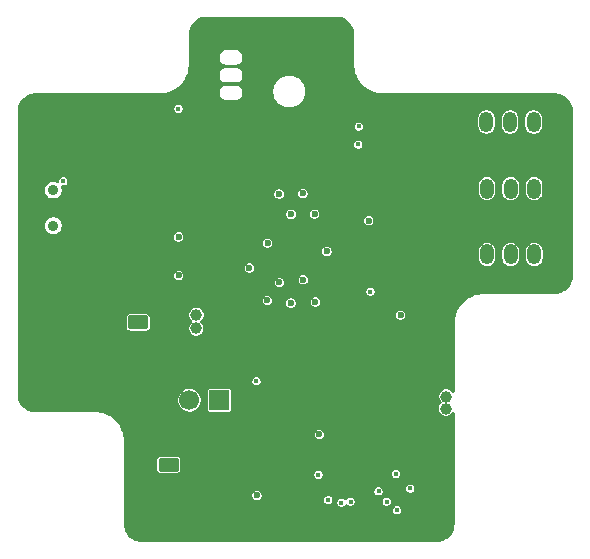
<source format=gbr>
%TF.GenerationSoftware,KiCad,Pcbnew,9.0.4*%
%TF.CreationDate,2025-10-03T18:01:33+02:00*%
%TF.ProjectId,LoraHarvesterBox,4c6f7261-4861-4727-9665-73746572426f,rev?*%
%TF.SameCoordinates,Original*%
%TF.FileFunction,Copper,L2,Inr*%
%TF.FilePolarity,Positive*%
%FSLAX46Y46*%
G04 Gerber Fmt 4.6, Leading zero omitted, Abs format (unit mm)*
G04 Created by KiCad (PCBNEW 9.0.4) date 2025-10-03 18:01:33*
%MOMM*%
%LPD*%
G01*
G04 APERTURE LIST*
G04 Aperture macros list*
%AMRoundRect*
0 Rectangle with rounded corners*
0 $1 Rounding radius*
0 $2 $3 $4 $5 $6 $7 $8 $9 X,Y pos of 4 corners*
0 Add a 4 corners polygon primitive as box body*
4,1,4,$2,$3,$4,$5,$6,$7,$8,$9,$2,$3,0*
0 Add four circle primitives for the rounded corners*
1,1,$1+$1,$2,$3*
1,1,$1+$1,$4,$5*
1,1,$1+$1,$6,$7*
1,1,$1+$1,$8,$9*
0 Add four rect primitives between the rounded corners*
20,1,$1+$1,$2,$3,$4,$5,0*
20,1,$1+$1,$4,$5,$6,$7,0*
20,1,$1+$1,$6,$7,$8,$9,0*
20,1,$1+$1,$8,$9,$2,$3,0*%
G04 Aperture macros list end*
%TA.AperFunction,ComponentPad*%
%ADD10RoundRect,0.250000X-0.350000X-0.625000X0.350000X-0.625000X0.350000X0.625000X-0.350000X0.625000X0*%
%TD*%
%TA.AperFunction,ComponentPad*%
%ADD11O,1.200000X1.750000*%
%TD*%
%TA.AperFunction,ComponentPad*%
%ADD12R,1.700000X1.700000*%
%TD*%
%TA.AperFunction,ComponentPad*%
%ADD13C,1.700000*%
%TD*%
%TA.AperFunction,ComponentPad*%
%ADD14RoundRect,0.250000X-0.625000X0.350000X-0.625000X-0.350000X0.625000X-0.350000X0.625000X0.350000X0*%
%TD*%
%TA.AperFunction,ComponentPad*%
%ADD15O,1.750000X1.200000*%
%TD*%
%TA.AperFunction,ComponentPad*%
%ADD16C,0.900000*%
%TD*%
%TA.AperFunction,ComponentPad*%
%ADD17RoundRect,0.250000X-0.265000X-0.615000X0.265000X-0.615000X0.265000X0.615000X-0.265000X0.615000X0*%
%TD*%
%TA.AperFunction,ComponentPad*%
%ADD18O,1.030000X1.730000*%
%TD*%
%TA.AperFunction,ViaPad*%
%ADD19C,0.450000*%
%TD*%
%TA.AperFunction,ViaPad*%
%ADD20C,0.600000*%
%TD*%
%TA.AperFunction,ViaPad*%
%ADD21C,0.500000*%
%TD*%
%TA.AperFunction,ViaPad*%
%ADD22C,1.000000*%
%TD*%
G04 APERTURE END LIST*
D10*
%TO.N,GND*%
%TO.C,J5*%
X139240000Y-69560000D03*
D11*
%TO.N,+3V0*%
X141240000Y-69560000D03*
%TO.N,/U1_RX*%
X143240000Y-69560000D03*
%TO.N,/U1_TX*%
X145240000Y-69560000D03*
%TD*%
D10*
%TO.N,GND*%
%TO.C,J4*%
X139200000Y-63930000D03*
D11*
%TO.N,+3V0*%
X141200000Y-63930000D03*
%TO.N,/SWCLK*%
X143200000Y-63930000D03*
%TO.N,/SWDIO*%
X145200000Y-63930000D03*
%TD*%
D12*
%TO.N,/VBAT*%
%TO.C,J3*%
X118590000Y-87490000D03*
D13*
%TO.N,Net-(BT1-+)*%
X116050000Y-87490000D03*
%TD*%
D14*
%TO.N,/VSOLAR*%
%TO.C,J1*%
X114300000Y-92960000D03*
D15*
%TO.N,GND*%
X114300000Y-94960000D03*
%TD*%
D16*
%TO.N,*%
%TO.C,SW1*%
X104520000Y-69700000D03*
X104520000Y-72700000D03*
%TD*%
D17*
%TO.N,GND*%
%TO.C,J7*%
X118300000Y-56820000D03*
D18*
%TO.N,+3V0*%
X119800000Y-56820000D03*
%TO.N,/SDA*%
X121300000Y-56820000D03*
%TO.N,/SCL*%
X122800000Y-56820000D03*
%TD*%
D14*
%TO.N,Net-(BT1-+)*%
%TO.C,J2*%
X111710000Y-80890000D03*
D15*
%TO.N,GND*%
X111710000Y-82890000D03*
%TD*%
D10*
%TO.N,GND*%
%TO.C,J6*%
X139250000Y-75140000D03*
D11*
%TO.N,+3V0*%
X141250000Y-75140000D03*
%TO.N,/U2_RX*%
X143250000Y-75140000D03*
%TO.N,/U2_TX*%
X145250000Y-75140000D03*
%TD*%
D19*
%TO.N,GND*%
X120100000Y-83150000D03*
D20*
X118820000Y-84040000D03*
D19*
X120680000Y-67720000D03*
D20*
X112990000Y-81880000D03*
D19*
X115210000Y-61440000D03*
D20*
X104570000Y-63880000D03*
X116770000Y-69250000D03*
D19*
X121630000Y-69990000D03*
D20*
X116710000Y-70280000D03*
X145100000Y-67630000D03*
D19*
X126480000Y-98100000D03*
D20*
X119440000Y-79260000D03*
X122860000Y-65510000D03*
D19*
X135100000Y-95850000D03*
D20*
X104560000Y-66400000D03*
X102060000Y-71700000D03*
X124300000Y-98820000D03*
D19*
X118720000Y-74130000D03*
X130510000Y-99200000D03*
D20*
X113030000Y-72480000D03*
X137000000Y-98470000D03*
X136270000Y-82440000D03*
D19*
X131270000Y-97800000D03*
D20*
X136410000Y-86370000D03*
X112600000Y-98240000D03*
D19*
X127435000Y-92635000D03*
D20*
X140730000Y-70960000D03*
X102310000Y-66140000D03*
X142090000Y-70650000D03*
X102060000Y-77180000D03*
X143700000Y-62190000D03*
X126140000Y-65730000D03*
D19*
X123510000Y-63180000D03*
D20*
X146870000Y-73980000D03*
X129850000Y-73650000D03*
D19*
X128780000Y-62460000D03*
D21*
X129697500Y-93683750D03*
D20*
X144210000Y-65120000D03*
D19*
X138080000Y-95960000D03*
D20*
X105840000Y-62060000D03*
X130030000Y-67630000D03*
X125620000Y-85875000D03*
X138200000Y-70990000D03*
D19*
X128050000Y-57850000D03*
D20*
X115090000Y-82900000D03*
X127010000Y-88610000D03*
D21*
X128952500Y-92971250D03*
D20*
X131470000Y-67390000D03*
X117590000Y-94670000D03*
X131350000Y-86030000D03*
X133190000Y-67330000D03*
X142190000Y-64850000D03*
D19*
X120150000Y-65440000D03*
D20*
X140690000Y-67360000D03*
X110310000Y-84710000D03*
D19*
X104850000Y-67540000D03*
D20*
X128680000Y-76490000D03*
D19*
X123580000Y-73000000D03*
X116730000Y-59040000D03*
X130640000Y-62400000D03*
X134330000Y-97640000D03*
X129780000Y-97650000D03*
D20*
X102880000Y-63270000D03*
X113050000Y-79250000D03*
X134720000Y-84120000D03*
X135330000Y-77830000D03*
X110570000Y-70650000D03*
X145850000Y-77720000D03*
D19*
X113040000Y-63140000D03*
D20*
X128640000Y-88617500D03*
D21*
X130181250Y-94390000D03*
D20*
X126450000Y-56410000D03*
D19*
X127640000Y-59610000D03*
D20*
X120540000Y-70990000D03*
X114280000Y-76090000D03*
X146990000Y-77220000D03*
X142710000Y-73640000D03*
D19*
X103420000Y-68350000D03*
X118840000Y-83340000D03*
X105380000Y-73460000D03*
X122770000Y-56360000D03*
X131250000Y-87370000D03*
D20*
X124620000Y-65510000D03*
D19*
X119130000Y-81380000D03*
D20*
X141090000Y-61950000D03*
X108910000Y-62330000D03*
X146820000Y-63140000D03*
D19*
X132600000Y-86300000D03*
D20*
X108770000Y-81810000D03*
D19*
X114610000Y-65400000D03*
D20*
X104470000Y-71130000D03*
D21*
X115090000Y-80550000D03*
X128937499Y-94193749D03*
D22*
X137770000Y-93010000D03*
D21*
X130372500Y-93008750D03*
D20*
X141430000Y-67410000D03*
X137280000Y-62420000D03*
D19*
X120970000Y-79530000D03*
X118050000Y-67070000D03*
X111510000Y-64120000D03*
X103440000Y-74110000D03*
X132520000Y-81550000D03*
X126870000Y-84980000D03*
D20*
X112920000Y-90300000D03*
D19*
X111660000Y-65400000D03*
X111660000Y-66670000D03*
X113480000Y-68790000D03*
D20*
X111550000Y-93620000D03*
X104840000Y-77370000D03*
D19*
X128230000Y-97780000D03*
D20*
X104560000Y-65150000D03*
D22*
X137790000Y-94070000D03*
D19*
X121620000Y-55700000D03*
D20*
X106820000Y-70500000D03*
X119830000Y-90060000D03*
D19*
X127610000Y-94700000D03*
D20*
X121040000Y-91560000D03*
X112680000Y-84430000D03*
X112880000Y-88560000D03*
X114960000Y-70130000D03*
D19*
X111760000Y-67910000D03*
D20*
X117890000Y-98330000D03*
X117290000Y-96560000D03*
X102110000Y-68900000D03*
D19*
X123510000Y-58510000D03*
X116730000Y-75440000D03*
D20*
X146610000Y-70920000D03*
X101910000Y-81770000D03*
X136080000Y-84410000D03*
X112310000Y-67090000D03*
X126430000Y-66690000D03*
X126580000Y-68120000D03*
D19*
X134670000Y-87090000D03*
D20*
X107360000Y-66070000D03*
X147230000Y-66490000D03*
X115170000Y-85300000D03*
D19*
X116680000Y-57150000D03*
D20*
X111180000Y-76560000D03*
D19*
X117990000Y-61450000D03*
X134090000Y-62480000D03*
X132520000Y-92420000D03*
D20*
X110760000Y-79760000D03*
X105280000Y-81850000D03*
X112960000Y-77060000D03*
X140620000Y-73690000D03*
X110020000Y-86490000D03*
D19*
X128890000Y-99200000D03*
D20*
X136500000Y-76320000D03*
X133200000Y-95010000D03*
X108500000Y-74720000D03*
X135450000Y-93920000D03*
X120800000Y-96940000D03*
D19*
X117000000Y-72870000D03*
X112930000Y-86900000D03*
D20*
X131230000Y-70290000D03*
X120310000Y-73890000D03*
D19*
X129800000Y-81190000D03*
X125630000Y-73030000D03*
X133560000Y-99220000D03*
D20*
X117960000Y-90820000D03*
D19*
X134990000Y-83060000D03*
X125140000Y-88360000D03*
X130490000Y-97570000D03*
X134610000Y-81790000D03*
X123140000Y-88360000D03*
X131960000Y-99190000D03*
X135830000Y-64380000D03*
D20*
X107660000Y-76460000D03*
X146970000Y-67770000D03*
X144350000Y-78040000D03*
D19*
X126630000Y-86420000D03*
D20*
X137540000Y-80840000D03*
X107730000Y-78350000D03*
D19*
X124830000Y-96650000D03*
X104980000Y-74170000D03*
D20*
X111150000Y-88730000D03*
X138380000Y-79220000D03*
X103880000Y-85900000D03*
X121660000Y-72470000D03*
X124840000Y-80780000D03*
D19*
%TO.N,+3V0*%
X115120000Y-62810000D03*
X130340000Y-65830000D03*
D22*
X116620000Y-81410000D03*
X116640000Y-80270000D03*
D19*
X130390000Y-64300000D03*
X105370000Y-68950000D03*
D20*
X122660000Y-74180000D03*
D22*
X137780000Y-88190000D03*
X137790000Y-87170000D03*
D20*
X127680000Y-74880000D03*
D19*
%TO.N,/VSTOR*%
X126970000Y-93790000D03*
D20*
X127050000Y-90380000D03*
D19*
X127810000Y-95930000D03*
%TO.N,/VSOLAR*%
X121720000Y-85870000D03*
D20*
X121760000Y-95550000D03*
D19*
%TO.N,/VBAT_OK*%
X131370000Y-78280000D03*
X133540000Y-93720000D03*
%TO.N,Net-(U1-OK_PROG)*%
X132060000Y-95200000D03*
%TO.N,Net-(U1-OK_HYST)*%
X132760000Y-96070000D03*
%TO.N,Net-(U1-VRDIV)*%
X129690000Y-96070000D03*
X133630000Y-96800000D03*
%TO.N,Net-(U1-VOUT_SET)*%
X134750000Y-94950000D03*
%TO.N,Net-(U1-VBAT_OV)*%
X128920000Y-96150000D03*
D20*
%TO.N,Net-(J8-Pin_6)*%
X126650000Y-71720000D03*
%TO.N,Net-(J9-Pin_5)*%
X125690000Y-77280000D03*
%TO.N,Net-(J8-Pin_4)*%
X124660000Y-71740000D03*
%TO.N,Net-(J9-Pin_1)*%
X121130000Y-76280000D03*
%TO.N,Net-(J8-Pin_3)*%
X123650000Y-70030000D03*
%TO.N,Net-(J9-Pin_2)*%
X122650000Y-79040000D03*
%TO.N,Net-(J9-Pin_4)*%
X124640000Y-79260000D03*
%TO.N,Net-(J9-Pin_6)*%
X126720000Y-79150000D03*
%TO.N,Net-(J9-Pin_3)*%
X123670000Y-77510000D03*
%TO.N,Net-(J8-Pin_5)*%
X125650000Y-69980000D03*
%TO.N,/RST*%
X115140000Y-73650000D03*
X115140000Y-76920000D03*
%TO.N,/U2_RX*%
X133920000Y-80270000D03*
%TO.N,/SCL*%
X131230000Y-72280000D03*
%TD*%
%TA.AperFunction,Conductor*%
%TO.N,GND*%
G36*
X128504418Y-55000816D02*
G01*
X128704561Y-55015130D01*
X128722063Y-55017647D01*
X128913797Y-55059355D01*
X128930755Y-55064334D01*
X129114609Y-55132909D01*
X129130701Y-55140259D01*
X129302904Y-55234288D01*
X129317784Y-55243849D01*
X129474867Y-55361441D01*
X129488237Y-55373027D01*
X129626972Y-55511762D01*
X129638558Y-55525132D01*
X129756146Y-55682210D01*
X129765711Y-55697095D01*
X129859740Y-55869298D01*
X129867090Y-55885390D01*
X129935662Y-56069236D01*
X129940646Y-56086212D01*
X129982351Y-56277931D01*
X129984869Y-56295442D01*
X129999184Y-56495580D01*
X129999500Y-56504427D01*
X129999500Y-58934108D01*
X129999500Y-59000000D01*
X129999500Y-59151252D01*
X130035963Y-59451551D01*
X130064576Y-59567638D01*
X130108358Y-59745272D01*
X130215628Y-60028117D01*
X130356206Y-60295964D01*
X130356212Y-60295973D01*
X130528047Y-60544921D01*
X130528052Y-60544927D01*
X130728646Y-60771351D01*
X130728648Y-60771353D01*
X130955072Y-60971947D01*
X130955078Y-60971952D01*
X131204026Y-61143787D01*
X131204035Y-61143793D01*
X131471882Y-61284371D01*
X131754727Y-61391641D01*
X131754731Y-61391642D01*
X131754734Y-61391643D01*
X132048449Y-61464037D01*
X132299661Y-61494539D01*
X132348746Y-61500500D01*
X132348748Y-61500500D01*
X132434108Y-61500500D01*
X146934108Y-61500500D01*
X146995572Y-61500500D01*
X147004418Y-61500816D01*
X147204561Y-61515130D01*
X147222063Y-61517647D01*
X147413797Y-61559355D01*
X147430755Y-61564334D01*
X147614609Y-61632909D01*
X147630701Y-61640259D01*
X147802904Y-61734288D01*
X147817784Y-61743849D01*
X147974867Y-61861441D01*
X147988237Y-61873027D01*
X148126972Y-62011762D01*
X148138558Y-62025132D01*
X148176262Y-62075499D01*
X148256146Y-62182210D01*
X148265711Y-62197095D01*
X148359740Y-62369298D01*
X148367090Y-62385390D01*
X148435662Y-62569236D01*
X148440646Y-62586212D01*
X148482351Y-62777931D01*
X148484869Y-62795442D01*
X148499184Y-62995580D01*
X148499500Y-63004427D01*
X148499500Y-76995572D01*
X148499184Y-77004419D01*
X148484869Y-77204557D01*
X148482351Y-77222068D01*
X148440646Y-77413787D01*
X148435662Y-77430763D01*
X148367090Y-77614609D01*
X148359740Y-77630701D01*
X148265711Y-77802904D01*
X148256146Y-77817789D01*
X148138558Y-77974867D01*
X148126972Y-77988237D01*
X147988237Y-78126972D01*
X147974867Y-78138558D01*
X147817789Y-78256146D01*
X147802904Y-78265711D01*
X147630701Y-78359740D01*
X147614609Y-78367090D01*
X147430763Y-78435662D01*
X147413787Y-78440646D01*
X147222068Y-78482351D01*
X147204557Y-78484869D01*
X147023779Y-78497799D01*
X147004417Y-78499184D01*
X146995572Y-78499500D01*
X140848746Y-78499500D01*
X140698598Y-78517731D01*
X140548449Y-78535963D01*
X140449036Y-78560466D01*
X140254727Y-78608358D01*
X139971882Y-78715628D01*
X139704035Y-78856206D01*
X139704026Y-78856212D01*
X139455078Y-79028047D01*
X139455072Y-79028052D01*
X139228648Y-79228646D01*
X139228646Y-79228648D01*
X139028052Y-79455072D01*
X139028047Y-79455078D01*
X138856212Y-79704026D01*
X138856206Y-79704035D01*
X138715628Y-79971882D01*
X138608358Y-80254727D01*
X138578200Y-80377085D01*
X138535963Y-80548449D01*
X138524458Y-80643205D01*
X138499500Y-80848745D01*
X138499500Y-86735114D01*
X138479815Y-86802153D01*
X138427011Y-86847908D01*
X138357853Y-86857852D01*
X138294297Y-86828827D01*
X138276333Y-86807072D01*
X138275470Y-86807735D01*
X138270518Y-86801282D01*
X138158717Y-86689481D01*
X138158709Y-86689475D01*
X138021790Y-86610426D01*
X138021786Y-86610424D01*
X138021784Y-86610423D01*
X137869057Y-86569500D01*
X137710943Y-86569500D01*
X137558216Y-86610423D01*
X137558209Y-86610426D01*
X137421290Y-86689475D01*
X137421282Y-86689481D01*
X137309481Y-86801282D01*
X137309475Y-86801290D01*
X137230426Y-86938209D01*
X137230423Y-86938216D01*
X137189500Y-87090943D01*
X137189500Y-87249056D01*
X137230423Y-87401783D01*
X137230426Y-87401790D01*
X137309475Y-87538709D01*
X137309481Y-87538717D01*
X137358083Y-87587319D01*
X137391568Y-87648642D01*
X137386584Y-87718334D01*
X137358083Y-87762681D01*
X137299481Y-87821282D01*
X137299475Y-87821290D01*
X137220426Y-87958209D01*
X137220423Y-87958216D01*
X137179500Y-88110943D01*
X137179500Y-88269057D01*
X137215651Y-88403972D01*
X137220423Y-88421783D01*
X137220426Y-88421790D01*
X137299475Y-88558709D01*
X137299479Y-88558714D01*
X137299480Y-88558716D01*
X137411284Y-88670520D01*
X137411286Y-88670521D01*
X137411290Y-88670524D01*
X137489412Y-88715627D01*
X137548216Y-88749577D01*
X137700943Y-88790500D01*
X137700945Y-88790500D01*
X137859055Y-88790500D01*
X137859057Y-88790500D01*
X138011784Y-88749577D01*
X138148716Y-88670520D01*
X138260520Y-88558716D01*
X138268112Y-88545565D01*
X138318677Y-88497350D01*
X138387284Y-88484125D01*
X138452149Y-88510091D01*
X138492679Y-88567005D01*
X138499500Y-88607564D01*
X138499500Y-97995572D01*
X138499184Y-98004418D01*
X138499184Y-98004419D01*
X138484869Y-98204557D01*
X138482351Y-98222068D01*
X138440646Y-98413787D01*
X138435662Y-98430763D01*
X138367090Y-98614609D01*
X138359740Y-98630701D01*
X138265711Y-98802904D01*
X138256146Y-98817789D01*
X138138558Y-98974867D01*
X138126972Y-98988237D01*
X137988237Y-99126972D01*
X137974867Y-99138558D01*
X137817789Y-99256146D01*
X137802904Y-99265711D01*
X137630701Y-99359740D01*
X137614609Y-99367090D01*
X137430763Y-99435662D01*
X137413787Y-99440646D01*
X137222068Y-99482351D01*
X137204557Y-99484869D01*
X137023779Y-99497799D01*
X137004417Y-99499184D01*
X136995572Y-99499500D01*
X112004428Y-99499500D01*
X111995582Y-99499184D01*
X111973622Y-99497613D01*
X111795442Y-99484869D01*
X111777931Y-99482351D01*
X111586212Y-99440646D01*
X111569236Y-99435662D01*
X111385390Y-99367090D01*
X111369298Y-99359740D01*
X111197095Y-99265711D01*
X111182210Y-99256146D01*
X111025132Y-99138558D01*
X111011762Y-99126972D01*
X110873027Y-98988237D01*
X110861441Y-98974867D01*
X110743849Y-98817784D01*
X110734288Y-98802904D01*
X110640259Y-98630701D01*
X110632909Y-98614609D01*
X110572091Y-98451551D01*
X110564334Y-98430755D01*
X110559355Y-98413797D01*
X110517647Y-98222063D01*
X110515130Y-98204556D01*
X110500816Y-98004418D01*
X110500500Y-97995572D01*
X110500500Y-96753856D01*
X133279500Y-96753856D01*
X133279500Y-96846143D01*
X133303387Y-96935290D01*
X133303388Y-96935293D01*
X133349526Y-97015205D01*
X133349529Y-97015209D01*
X133349531Y-97015212D01*
X133414788Y-97080469D01*
X133414791Y-97080470D01*
X133414794Y-97080473D01*
X133494706Y-97126611D01*
X133494707Y-97126611D01*
X133494712Y-97126614D01*
X133583856Y-97150500D01*
X133583858Y-97150500D01*
X133676142Y-97150500D01*
X133676144Y-97150500D01*
X133765288Y-97126614D01*
X133845212Y-97080469D01*
X133910469Y-97015212D01*
X133956614Y-96935288D01*
X133980500Y-96846144D01*
X133980500Y-96753856D01*
X133956614Y-96664712D01*
X133956611Y-96664706D01*
X133910473Y-96584794D01*
X133910470Y-96584791D01*
X133910469Y-96584788D01*
X133845212Y-96519531D01*
X133845209Y-96519529D01*
X133845205Y-96519526D01*
X133765293Y-96473388D01*
X133765290Y-96473387D01*
X133765289Y-96473386D01*
X133765288Y-96473386D01*
X133676144Y-96449500D01*
X133583856Y-96449500D01*
X133494712Y-96473386D01*
X133494711Y-96473386D01*
X133494709Y-96473387D01*
X133494706Y-96473388D01*
X133414794Y-96519526D01*
X133414785Y-96519533D01*
X133349533Y-96584785D01*
X133349526Y-96584794D01*
X133303388Y-96664706D01*
X133303387Y-96664709D01*
X133279500Y-96753856D01*
X110500500Y-96753856D01*
X110500500Y-95497273D01*
X121359500Y-95497273D01*
X121359500Y-95602727D01*
X121372042Y-95649533D01*
X121386793Y-95704586D01*
X121386794Y-95704589D01*
X121392686Y-95714794D01*
X121439520Y-95795913D01*
X121514087Y-95870480D01*
X121605413Y-95923207D01*
X121707273Y-95950500D01*
X121707275Y-95950500D01*
X121812725Y-95950500D01*
X121812727Y-95950500D01*
X121914587Y-95923207D01*
X121982745Y-95883856D01*
X127459500Y-95883856D01*
X127459500Y-95976144D01*
X127482944Y-96063639D01*
X127483387Y-96065290D01*
X127483388Y-96065293D01*
X127529526Y-96145205D01*
X127529529Y-96145209D01*
X127529531Y-96145212D01*
X127594788Y-96210469D01*
X127594791Y-96210470D01*
X127594794Y-96210473D01*
X127674706Y-96256611D01*
X127674707Y-96256611D01*
X127674712Y-96256614D01*
X127763856Y-96280500D01*
X127763858Y-96280500D01*
X127856142Y-96280500D01*
X127856144Y-96280500D01*
X127945288Y-96256614D01*
X128025212Y-96210469D01*
X128090469Y-96145212D01*
X128114346Y-96103856D01*
X128569500Y-96103856D01*
X128569500Y-96196144D01*
X128593366Y-96285214D01*
X128593387Y-96285290D01*
X128593388Y-96285293D01*
X128639526Y-96365205D01*
X128639529Y-96365209D01*
X128639531Y-96365212D01*
X128704788Y-96430469D01*
X128704791Y-96430470D01*
X128704794Y-96430473D01*
X128784706Y-96476611D01*
X128784707Y-96476611D01*
X128784712Y-96476614D01*
X128873856Y-96500500D01*
X128873858Y-96500500D01*
X128966142Y-96500500D01*
X128966144Y-96500500D01*
X129055288Y-96476614D01*
X129135212Y-96430469D01*
X129200469Y-96365212D01*
X129225475Y-96321901D01*
X129276039Y-96273688D01*
X129344646Y-96260464D01*
X129409511Y-96286432D01*
X129420541Y-96296222D01*
X129474788Y-96350469D01*
X129474791Y-96350470D01*
X129474794Y-96350473D01*
X129554706Y-96396611D01*
X129554707Y-96396611D01*
X129554712Y-96396614D01*
X129643856Y-96420500D01*
X129643858Y-96420500D01*
X129736142Y-96420500D01*
X129736144Y-96420500D01*
X129825288Y-96396614D01*
X129905212Y-96350469D01*
X129970469Y-96285212D01*
X130016614Y-96205288D01*
X130040500Y-96116144D01*
X130040500Y-96023856D01*
X132409500Y-96023856D01*
X132409500Y-96116144D01*
X132417289Y-96145214D01*
X132433387Y-96205290D01*
X132433388Y-96205293D01*
X132479526Y-96285205D01*
X132479529Y-96285209D01*
X132479531Y-96285212D01*
X132544788Y-96350469D01*
X132544791Y-96350470D01*
X132544794Y-96350473D01*
X132624706Y-96396611D01*
X132624707Y-96396611D01*
X132624712Y-96396614D01*
X132713856Y-96420500D01*
X132713858Y-96420500D01*
X132806142Y-96420500D01*
X132806144Y-96420500D01*
X132895288Y-96396614D01*
X132975212Y-96350469D01*
X133040469Y-96285212D01*
X133086614Y-96205288D01*
X133110500Y-96116144D01*
X133110500Y-96023856D01*
X133086614Y-95934712D01*
X133080301Y-95923777D01*
X133040473Y-95854794D01*
X133040470Y-95854791D01*
X133040469Y-95854788D01*
X132975212Y-95789531D01*
X132975209Y-95789529D01*
X132975205Y-95789526D01*
X132895293Y-95743388D01*
X132895290Y-95743387D01*
X132895289Y-95743386D01*
X132895288Y-95743386D01*
X132806144Y-95719500D01*
X132713856Y-95719500D01*
X132624712Y-95743386D01*
X132624711Y-95743386D01*
X132624709Y-95743387D01*
X132624706Y-95743388D01*
X132544794Y-95789526D01*
X132544785Y-95789533D01*
X132479533Y-95854785D01*
X132479526Y-95854794D01*
X132433388Y-95934706D01*
X132433387Y-95934709D01*
X132433386Y-95934711D01*
X132433386Y-95934712D01*
X132409500Y-96023856D01*
X130040500Y-96023856D01*
X130016614Y-95934712D01*
X130010301Y-95923777D01*
X129970473Y-95854794D01*
X129970470Y-95854791D01*
X129970469Y-95854788D01*
X129905212Y-95789531D01*
X129905209Y-95789529D01*
X129905205Y-95789526D01*
X129825293Y-95743388D01*
X129825290Y-95743387D01*
X129825289Y-95743386D01*
X129825288Y-95743386D01*
X129736144Y-95719500D01*
X129643856Y-95719500D01*
X129554712Y-95743386D01*
X129554711Y-95743386D01*
X129554709Y-95743387D01*
X129554706Y-95743388D01*
X129474794Y-95789526D01*
X129474785Y-95789533D01*
X129409533Y-95854785D01*
X129409529Y-95854791D01*
X129384525Y-95898098D01*
X129333957Y-95946313D01*
X129265350Y-95959534D01*
X129200486Y-95933565D01*
X129189458Y-95923777D01*
X129135214Y-95869533D01*
X129135212Y-95869531D01*
X129135209Y-95869529D01*
X129135205Y-95869526D01*
X129055293Y-95823388D01*
X129055290Y-95823387D01*
X129055289Y-95823386D01*
X129055288Y-95823386D01*
X128966144Y-95799500D01*
X128873856Y-95799500D01*
X128784712Y-95823386D01*
X128784711Y-95823386D01*
X128784709Y-95823387D01*
X128784706Y-95823388D01*
X128704794Y-95869526D01*
X128704785Y-95869533D01*
X128639533Y-95934785D01*
X128639526Y-95934794D01*
X128593388Y-96014706D01*
X128593387Y-96014709D01*
X128593386Y-96014711D01*
X128593386Y-96014712D01*
X128569500Y-96103856D01*
X128114346Y-96103856D01*
X128136614Y-96065288D01*
X128160500Y-95976144D01*
X128160500Y-95883856D01*
X128136614Y-95794712D01*
X128106981Y-95743387D01*
X128090473Y-95714794D01*
X128090470Y-95714791D01*
X128090469Y-95714788D01*
X128025212Y-95649531D01*
X128025209Y-95649529D01*
X128025205Y-95649526D01*
X127945293Y-95603388D01*
X127945290Y-95603387D01*
X127945289Y-95603386D01*
X127945288Y-95603386D01*
X127856144Y-95579500D01*
X127763856Y-95579500D01*
X127674712Y-95603386D01*
X127674711Y-95603386D01*
X127674709Y-95603387D01*
X127674706Y-95603388D01*
X127594794Y-95649526D01*
X127594785Y-95649533D01*
X127529533Y-95714785D01*
X127529526Y-95714794D01*
X127483388Y-95794706D01*
X127483387Y-95794709D01*
X127483386Y-95794711D01*
X127483386Y-95794712D01*
X127459500Y-95883856D01*
X121982745Y-95883856D01*
X122005913Y-95870480D01*
X122080480Y-95795913D01*
X122133207Y-95704587D01*
X122160500Y-95602727D01*
X122160500Y-95497273D01*
X122133207Y-95395413D01*
X122080480Y-95304087D01*
X122005913Y-95229520D01*
X121914587Y-95176793D01*
X121828984Y-95153856D01*
X131709500Y-95153856D01*
X131709500Y-95246144D01*
X131725025Y-95304085D01*
X131733387Y-95335290D01*
X131733388Y-95335293D01*
X131779526Y-95415205D01*
X131779529Y-95415209D01*
X131779531Y-95415212D01*
X131844788Y-95480469D01*
X131844791Y-95480470D01*
X131844794Y-95480473D01*
X131924706Y-95526611D01*
X131924707Y-95526611D01*
X131924712Y-95526614D01*
X132013856Y-95550500D01*
X132013858Y-95550500D01*
X132106142Y-95550500D01*
X132106144Y-95550500D01*
X132195288Y-95526614D01*
X132275212Y-95480469D01*
X132340469Y-95415212D01*
X132386614Y-95335288D01*
X132410500Y-95246144D01*
X132410500Y-95153856D01*
X132386614Y-95064712D01*
X132347025Y-94996143D01*
X132340473Y-94984794D01*
X132340470Y-94984791D01*
X132340469Y-94984788D01*
X132275212Y-94919531D01*
X132275209Y-94919529D01*
X132275205Y-94919526D01*
X132248064Y-94903856D01*
X134399500Y-94903856D01*
X134399500Y-94996144D01*
X134417871Y-95064706D01*
X134423387Y-95085290D01*
X134423388Y-95085293D01*
X134469526Y-95165205D01*
X134469529Y-95165209D01*
X134469531Y-95165212D01*
X134534788Y-95230469D01*
X134534791Y-95230470D01*
X134534794Y-95230473D01*
X134614706Y-95276611D01*
X134614707Y-95276611D01*
X134614712Y-95276614D01*
X134703856Y-95300500D01*
X134703858Y-95300500D01*
X134796142Y-95300500D01*
X134796144Y-95300500D01*
X134885288Y-95276614D01*
X134965212Y-95230469D01*
X135030469Y-95165212D01*
X135076614Y-95085288D01*
X135100500Y-94996144D01*
X135100500Y-94903856D01*
X135076614Y-94814712D01*
X135076611Y-94814706D01*
X135030473Y-94734794D01*
X135030470Y-94734791D01*
X135030469Y-94734788D01*
X134965212Y-94669531D01*
X134965209Y-94669529D01*
X134965205Y-94669526D01*
X134885293Y-94623388D01*
X134885290Y-94623387D01*
X134885289Y-94623386D01*
X134885288Y-94623386D01*
X134796144Y-94599500D01*
X134703856Y-94599500D01*
X134614712Y-94623386D01*
X134614711Y-94623386D01*
X134614709Y-94623387D01*
X134614706Y-94623388D01*
X134534794Y-94669526D01*
X134534785Y-94669533D01*
X134469533Y-94734785D01*
X134469526Y-94734794D01*
X134423388Y-94814706D01*
X134423387Y-94814709D01*
X134423386Y-94814711D01*
X134423386Y-94814712D01*
X134399500Y-94903856D01*
X132248064Y-94903856D01*
X132195293Y-94873388D01*
X132195290Y-94873387D01*
X132195289Y-94873386D01*
X132195288Y-94873386D01*
X132106144Y-94849500D01*
X132013856Y-94849500D01*
X131924712Y-94873386D01*
X131924711Y-94873386D01*
X131924709Y-94873387D01*
X131924706Y-94873388D01*
X131844794Y-94919526D01*
X131844785Y-94919533D01*
X131779533Y-94984785D01*
X131779526Y-94984794D01*
X131733388Y-95064706D01*
X131733387Y-95064709D01*
X131733386Y-95064711D01*
X131733386Y-95064712D01*
X131709500Y-95153856D01*
X121828984Y-95153856D01*
X121812727Y-95149500D01*
X121707273Y-95149500D01*
X121605413Y-95176793D01*
X121605410Y-95176794D01*
X121514085Y-95229521D01*
X121439521Y-95304085D01*
X121386794Y-95395410D01*
X121386793Y-95395413D01*
X121359500Y-95497273D01*
X110500500Y-95497273D01*
X110500500Y-93743856D01*
X126619500Y-93743856D01*
X126619500Y-93836143D01*
X126643387Y-93925290D01*
X126643388Y-93925293D01*
X126689526Y-94005205D01*
X126689529Y-94005209D01*
X126689531Y-94005212D01*
X126754788Y-94070469D01*
X126754791Y-94070470D01*
X126754794Y-94070473D01*
X126834706Y-94116611D01*
X126834707Y-94116611D01*
X126834712Y-94116614D01*
X126923856Y-94140500D01*
X126923858Y-94140500D01*
X127016142Y-94140500D01*
X127016144Y-94140500D01*
X127105288Y-94116614D01*
X127185212Y-94070469D01*
X127250469Y-94005212D01*
X127296614Y-93925288D01*
X127320500Y-93836144D01*
X127320500Y-93743856D01*
X127301744Y-93673856D01*
X133189500Y-93673856D01*
X133189500Y-93766144D01*
X133208256Y-93836144D01*
X133213387Y-93855290D01*
X133213388Y-93855293D01*
X133259526Y-93935205D01*
X133259529Y-93935209D01*
X133259531Y-93935212D01*
X133324788Y-94000469D01*
X133324791Y-94000470D01*
X133324794Y-94000473D01*
X133404706Y-94046611D01*
X133404707Y-94046611D01*
X133404712Y-94046614D01*
X133493856Y-94070500D01*
X133493858Y-94070500D01*
X133586142Y-94070500D01*
X133586144Y-94070500D01*
X133675288Y-94046614D01*
X133755212Y-94000469D01*
X133820469Y-93935212D01*
X133866614Y-93855288D01*
X133890500Y-93766144D01*
X133890500Y-93673856D01*
X133866614Y-93584712D01*
X133860888Y-93574794D01*
X133820473Y-93504794D01*
X133820470Y-93504791D01*
X133820469Y-93504788D01*
X133755212Y-93439531D01*
X133755209Y-93439529D01*
X133755205Y-93439526D01*
X133675293Y-93393388D01*
X133675290Y-93393387D01*
X133675289Y-93393386D01*
X133675288Y-93393386D01*
X133586144Y-93369500D01*
X133493856Y-93369500D01*
X133404712Y-93393386D01*
X133404711Y-93393386D01*
X133404709Y-93393387D01*
X133404706Y-93393388D01*
X133324794Y-93439526D01*
X133324785Y-93439533D01*
X133259533Y-93504785D01*
X133259526Y-93504794D01*
X133213388Y-93584706D01*
X133213387Y-93584709D01*
X133213386Y-93584711D01*
X133213386Y-93584712D01*
X133189500Y-93673856D01*
X127301744Y-93673856D01*
X127296614Y-93654712D01*
X127296612Y-93654709D01*
X127296612Y-93654707D01*
X127296611Y-93654706D01*
X127250473Y-93574794D01*
X127250470Y-93574791D01*
X127250469Y-93574788D01*
X127185212Y-93509531D01*
X127185209Y-93509529D01*
X127185205Y-93509526D01*
X127105293Y-93463388D01*
X127105290Y-93463387D01*
X127105289Y-93463386D01*
X127105288Y-93463386D01*
X127016144Y-93439500D01*
X126923856Y-93439500D01*
X126834712Y-93463386D01*
X126834711Y-93463386D01*
X126834709Y-93463387D01*
X126834706Y-93463388D01*
X126754794Y-93509526D01*
X126754785Y-93509533D01*
X126689533Y-93574785D01*
X126689526Y-93574794D01*
X126643388Y-93654706D01*
X126643387Y-93654709D01*
X126643386Y-93654711D01*
X126643386Y-93654712D01*
X126638256Y-93673858D01*
X126619500Y-93743856D01*
X110500500Y-93743856D01*
X110500500Y-92576739D01*
X113324500Y-92576739D01*
X113324500Y-93343260D01*
X113334426Y-93411391D01*
X113385803Y-93516485D01*
X113468514Y-93599196D01*
X113468515Y-93599196D01*
X113468517Y-93599198D01*
X113573607Y-93650573D01*
X113601980Y-93654707D01*
X113641739Y-93660500D01*
X113641740Y-93660500D01*
X114958261Y-93660500D01*
X114997985Y-93654712D01*
X115026393Y-93650573D01*
X115131483Y-93599198D01*
X115214198Y-93516483D01*
X115265573Y-93411393D01*
X115275500Y-93343260D01*
X115275500Y-92576740D01*
X115265573Y-92508607D01*
X115214198Y-92403517D01*
X115214196Y-92403515D01*
X115214196Y-92403514D01*
X115131485Y-92320803D01*
X115026391Y-92269426D01*
X114958261Y-92259500D01*
X114958260Y-92259500D01*
X113641740Y-92259500D01*
X113641739Y-92259500D01*
X113573608Y-92269426D01*
X113468514Y-92320803D01*
X113385803Y-92403514D01*
X113334426Y-92508608D01*
X113324500Y-92576739D01*
X110500500Y-92576739D01*
X110500500Y-90848745D01*
X110482497Y-90700480D01*
X110464037Y-90548449D01*
X110409522Y-90327273D01*
X126649500Y-90327273D01*
X126649500Y-90432727D01*
X126676793Y-90534587D01*
X126729520Y-90625913D01*
X126804087Y-90700480D01*
X126895413Y-90753207D01*
X126997273Y-90780500D01*
X126997275Y-90780500D01*
X127102725Y-90780500D01*
X127102727Y-90780500D01*
X127204587Y-90753207D01*
X127295913Y-90700480D01*
X127370480Y-90625913D01*
X127423207Y-90534587D01*
X127450500Y-90432727D01*
X127450500Y-90327273D01*
X127423207Y-90225413D01*
X127370480Y-90134087D01*
X127295913Y-90059520D01*
X127229059Y-90020922D01*
X127204589Y-90006794D01*
X127204588Y-90006793D01*
X127204587Y-90006793D01*
X127102727Y-89979500D01*
X126997273Y-89979500D01*
X126895413Y-90006793D01*
X126895410Y-90006794D01*
X126804085Y-90059521D01*
X126729521Y-90134085D01*
X126676794Y-90225410D01*
X126676793Y-90225413D01*
X126649500Y-90327273D01*
X110409522Y-90327273D01*
X110391643Y-90254734D01*
X110284373Y-89971887D01*
X110284372Y-89971886D01*
X110284371Y-89971882D01*
X110143793Y-89704035D01*
X110143787Y-89704026D01*
X109971952Y-89455078D01*
X109971947Y-89455072D01*
X109771353Y-89228648D01*
X109771351Y-89228646D01*
X109544927Y-89028052D01*
X109544921Y-89028047D01*
X109295973Y-88856212D01*
X109295964Y-88856206D01*
X109028117Y-88715628D01*
X108745272Y-88608358D01*
X108629820Y-88579902D01*
X108451551Y-88535963D01*
X108271371Y-88514085D01*
X108151254Y-88499500D01*
X108151252Y-88499500D01*
X108065892Y-88499500D01*
X103004428Y-88499500D01*
X102995582Y-88499184D01*
X102969940Y-88497350D01*
X102795442Y-88484869D01*
X102777931Y-88482351D01*
X102586212Y-88440646D01*
X102569236Y-88435662D01*
X102385390Y-88367090D01*
X102369298Y-88359740D01*
X102197095Y-88265711D01*
X102182210Y-88256146D01*
X102025132Y-88138558D01*
X102011762Y-88126972D01*
X101873027Y-87988237D01*
X101861441Y-87974867D01*
X101835513Y-87940231D01*
X101743849Y-87817784D01*
X101734288Y-87802904D01*
X101640259Y-87630701D01*
X101632909Y-87614609D01*
X101621351Y-87583620D01*
X101564337Y-87430761D01*
X101559355Y-87413797D01*
X101555566Y-87396379D01*
X115099500Y-87396379D01*
X115099500Y-87583620D01*
X115136025Y-87767243D01*
X115136027Y-87767251D01*
X115207676Y-87940228D01*
X115207681Y-87940237D01*
X115311697Y-88095907D01*
X115311700Y-88095911D01*
X115444088Y-88228299D01*
X115444092Y-88228302D01*
X115599762Y-88332318D01*
X115599768Y-88332321D01*
X115599769Y-88332322D01*
X115772749Y-88403973D01*
X115932062Y-88435662D01*
X115956379Y-88440499D01*
X115956383Y-88440500D01*
X115956384Y-88440500D01*
X116143617Y-88440500D01*
X116143618Y-88440499D01*
X116327251Y-88403973D01*
X116500231Y-88332322D01*
X116655908Y-88228302D01*
X116788302Y-88095908D01*
X116892322Y-87940231D01*
X116963973Y-87767251D01*
X117000500Y-87583616D01*
X117000500Y-87396384D01*
X116963973Y-87212749D01*
X116892322Y-87039769D01*
X116892321Y-87039768D01*
X116892318Y-87039762D01*
X116788302Y-86884092D01*
X116788299Y-86884088D01*
X116655911Y-86751700D01*
X116655907Y-86751697D01*
X116619112Y-86727111D01*
X116500237Y-86647681D01*
X116500228Y-86647676D01*
X116457791Y-86630098D01*
X117639500Y-86630098D01*
X117639500Y-88349894D01*
X117639501Y-88349902D01*
X117645330Y-88379212D01*
X117667542Y-88412457D01*
X117681501Y-88421783D01*
X117700787Y-88434669D01*
X117700790Y-88434669D01*
X117700791Y-88434670D01*
X117705779Y-88435662D01*
X117730101Y-88440500D01*
X119449898Y-88440499D01*
X119479213Y-88434669D01*
X119512457Y-88412457D01*
X119534669Y-88379213D01*
X119540500Y-88349899D01*
X119540499Y-86630102D01*
X119534669Y-86600787D01*
X119518126Y-86576027D01*
X119512457Y-86567542D01*
X119479214Y-86545332D01*
X119479215Y-86545332D01*
X119479213Y-86545331D01*
X119479211Y-86545330D01*
X119479208Y-86545329D01*
X119449901Y-86539500D01*
X117730105Y-86539500D01*
X117730097Y-86539501D01*
X117700787Y-86545330D01*
X117667542Y-86567542D01*
X117645332Y-86600785D01*
X117645329Y-86600791D01*
X117639500Y-86630098D01*
X116457791Y-86630098D01*
X116327251Y-86576027D01*
X116327243Y-86576025D01*
X116143620Y-86539500D01*
X116143616Y-86539500D01*
X115956384Y-86539500D01*
X115956379Y-86539500D01*
X115772756Y-86576025D01*
X115772748Y-86576027D01*
X115599771Y-86647676D01*
X115599762Y-86647681D01*
X115444092Y-86751697D01*
X115444088Y-86751700D01*
X115311700Y-86884088D01*
X115311697Y-86884092D01*
X115207681Y-87039762D01*
X115207676Y-87039771D01*
X115136027Y-87212748D01*
X115136025Y-87212756D01*
X115099500Y-87396379D01*
X101555566Y-87396379D01*
X101517647Y-87222063D01*
X101515130Y-87204556D01*
X101503344Y-87039771D01*
X101500816Y-87004418D01*
X101500500Y-86995572D01*
X101500500Y-85823856D01*
X121369500Y-85823856D01*
X121369500Y-85916143D01*
X121393387Y-86005290D01*
X121393388Y-86005293D01*
X121439526Y-86085205D01*
X121439529Y-86085209D01*
X121439531Y-86085212D01*
X121504788Y-86150469D01*
X121504791Y-86150470D01*
X121504794Y-86150473D01*
X121584706Y-86196611D01*
X121584707Y-86196611D01*
X121584712Y-86196614D01*
X121673856Y-86220500D01*
X121673858Y-86220500D01*
X121766142Y-86220500D01*
X121766144Y-86220500D01*
X121855288Y-86196614D01*
X121935212Y-86150469D01*
X122000469Y-86085212D01*
X122046614Y-86005288D01*
X122070500Y-85916144D01*
X122070500Y-85823856D01*
X122046614Y-85734712D01*
X122046611Y-85734706D01*
X122000473Y-85654794D01*
X122000470Y-85654791D01*
X122000469Y-85654788D01*
X121935212Y-85589531D01*
X121935209Y-85589529D01*
X121935205Y-85589526D01*
X121855293Y-85543388D01*
X121855290Y-85543387D01*
X121855289Y-85543386D01*
X121855288Y-85543386D01*
X121766144Y-85519500D01*
X121673856Y-85519500D01*
X121584712Y-85543386D01*
X121584711Y-85543386D01*
X121584709Y-85543387D01*
X121584706Y-85543388D01*
X121504794Y-85589526D01*
X121504785Y-85589533D01*
X121439533Y-85654785D01*
X121439526Y-85654794D01*
X121393388Y-85734706D01*
X121393387Y-85734709D01*
X121369500Y-85823856D01*
X101500500Y-85823856D01*
X101500500Y-80506739D01*
X110734500Y-80506739D01*
X110734500Y-81273260D01*
X110744426Y-81341391D01*
X110795803Y-81446485D01*
X110878514Y-81529196D01*
X110878515Y-81529196D01*
X110878517Y-81529198D01*
X110983607Y-81580573D01*
X111017673Y-81585536D01*
X111051739Y-81590500D01*
X111051740Y-81590500D01*
X112368261Y-81590500D01*
X112390971Y-81587191D01*
X112436393Y-81580573D01*
X112541483Y-81529198D01*
X112624198Y-81446483D01*
X112675573Y-81341393D01*
X112677096Y-81330943D01*
X116019500Y-81330943D01*
X116019500Y-81489056D01*
X116060423Y-81641783D01*
X116060426Y-81641790D01*
X116139475Y-81778709D01*
X116139479Y-81778714D01*
X116139480Y-81778716D01*
X116251284Y-81890520D01*
X116251286Y-81890521D01*
X116251290Y-81890524D01*
X116388209Y-81969573D01*
X116388216Y-81969577D01*
X116540943Y-82010500D01*
X116540945Y-82010500D01*
X116699055Y-82010500D01*
X116699057Y-82010500D01*
X116851784Y-81969577D01*
X116988716Y-81890520D01*
X117100520Y-81778716D01*
X117179577Y-81641784D01*
X117220500Y-81489057D01*
X117220500Y-81330943D01*
X117179577Y-81178216D01*
X117179573Y-81178209D01*
X117100524Y-81041290D01*
X117100518Y-81041282D01*
X116996120Y-80936884D01*
X116962635Y-80875561D01*
X116967619Y-80805869D01*
X117003730Y-80757028D01*
X117002969Y-80756267D01*
X117008051Y-80751184D01*
X117008318Y-80750824D01*
X117008704Y-80750526D01*
X117008716Y-80750520D01*
X117120520Y-80638716D01*
X117199577Y-80501784D01*
X117240500Y-80349057D01*
X117240500Y-80217273D01*
X133519500Y-80217273D01*
X133519500Y-80322727D01*
X133546793Y-80424587D01*
X133599520Y-80515913D01*
X133674087Y-80590480D01*
X133765413Y-80643207D01*
X133867273Y-80670500D01*
X133867275Y-80670500D01*
X133972725Y-80670500D01*
X133972727Y-80670500D01*
X134074587Y-80643207D01*
X134165913Y-80590480D01*
X134240480Y-80515913D01*
X134293207Y-80424587D01*
X134320500Y-80322727D01*
X134320500Y-80217273D01*
X134293207Y-80115413D01*
X134240480Y-80024087D01*
X134165913Y-79949520D01*
X134074587Y-79896793D01*
X133972727Y-79869500D01*
X133867273Y-79869500D01*
X133765413Y-79896793D01*
X133765410Y-79896794D01*
X133674085Y-79949521D01*
X133599521Y-80024085D01*
X133546794Y-80115410D01*
X133546793Y-80115413D01*
X133519500Y-80217273D01*
X117240500Y-80217273D01*
X117240500Y-80190943D01*
X117199577Y-80038216D01*
X117187926Y-80018036D01*
X117120524Y-79901290D01*
X117120518Y-79901282D01*
X117008717Y-79789481D01*
X117008709Y-79789475D01*
X116871790Y-79710426D01*
X116871786Y-79710424D01*
X116871784Y-79710423D01*
X116719057Y-79669500D01*
X116560943Y-79669500D01*
X116408216Y-79710423D01*
X116408209Y-79710426D01*
X116271290Y-79789475D01*
X116271282Y-79789481D01*
X116159481Y-79901282D01*
X116159475Y-79901290D01*
X116080426Y-80038209D01*
X116080423Y-80038216D01*
X116039500Y-80190943D01*
X116039500Y-80349056D01*
X116080423Y-80501783D01*
X116080426Y-80501790D01*
X116159475Y-80638709D01*
X116159481Y-80638717D01*
X116263879Y-80743115D01*
X116297364Y-80804438D01*
X116292380Y-80874130D01*
X116256271Y-80922973D01*
X116257031Y-80923733D01*
X116251966Y-80928797D01*
X116251697Y-80929162D01*
X116251288Y-80929475D01*
X116139481Y-81041282D01*
X116139475Y-81041290D01*
X116060426Y-81178209D01*
X116060423Y-81178216D01*
X116019500Y-81330943D01*
X112677096Y-81330943D01*
X112685500Y-81273260D01*
X112685500Y-80506740D01*
X112675573Y-80438607D01*
X112624198Y-80333517D01*
X112624196Y-80333515D01*
X112624196Y-80333514D01*
X112541485Y-80250803D01*
X112436391Y-80199426D01*
X112368261Y-80189500D01*
X112368260Y-80189500D01*
X111051740Y-80189500D01*
X111051739Y-80189500D01*
X110983608Y-80199426D01*
X110878514Y-80250803D01*
X110795803Y-80333514D01*
X110744426Y-80438608D01*
X110734500Y-80506739D01*
X101500500Y-80506739D01*
X101500500Y-78987273D01*
X122249500Y-78987273D01*
X122249500Y-79092727D01*
X122276793Y-79194587D01*
X122329520Y-79285913D01*
X122404087Y-79360480D01*
X122495413Y-79413207D01*
X122597273Y-79440500D01*
X122597275Y-79440500D01*
X122702725Y-79440500D01*
X122702727Y-79440500D01*
X122804587Y-79413207D01*
X122895913Y-79360480D01*
X122970480Y-79285913D01*
X123015883Y-79207273D01*
X124239500Y-79207273D01*
X124239500Y-79312727D01*
X124266793Y-79414587D01*
X124319520Y-79505913D01*
X124394087Y-79580480D01*
X124485413Y-79633207D01*
X124587273Y-79660500D01*
X124587275Y-79660500D01*
X124692725Y-79660500D01*
X124692727Y-79660500D01*
X124794587Y-79633207D01*
X124885913Y-79580480D01*
X124960480Y-79505913D01*
X125013207Y-79414587D01*
X125040500Y-79312727D01*
X125040500Y-79207273D01*
X125013207Y-79105413D01*
X125008507Y-79097273D01*
X126319500Y-79097273D01*
X126319500Y-79202727D01*
X126346793Y-79304587D01*
X126399520Y-79395913D01*
X126474087Y-79470480D01*
X126565413Y-79523207D01*
X126667273Y-79550500D01*
X126667275Y-79550500D01*
X126772725Y-79550500D01*
X126772727Y-79550500D01*
X126874587Y-79523207D01*
X126965913Y-79470480D01*
X127040480Y-79395913D01*
X127093207Y-79304587D01*
X127120500Y-79202727D01*
X127120500Y-79097273D01*
X127093207Y-78995413D01*
X127040480Y-78904087D01*
X126965913Y-78829520D01*
X126874587Y-78776793D01*
X126772727Y-78749500D01*
X126667273Y-78749500D01*
X126565413Y-78776793D01*
X126565410Y-78776794D01*
X126474085Y-78829521D01*
X126399521Y-78904085D01*
X126346794Y-78995410D01*
X126346793Y-78995413D01*
X126319500Y-79097273D01*
X125008507Y-79097273D01*
X124960480Y-79014087D01*
X124885913Y-78939520D01*
X124794587Y-78886793D01*
X124692727Y-78859500D01*
X124587273Y-78859500D01*
X124485413Y-78886793D01*
X124485410Y-78886794D01*
X124394085Y-78939521D01*
X124319521Y-79014085D01*
X124266794Y-79105410D01*
X124266793Y-79105413D01*
X124239500Y-79207273D01*
X123015883Y-79207273D01*
X123023207Y-79194587D01*
X123050500Y-79092727D01*
X123050500Y-78987273D01*
X123023207Y-78885413D01*
X122970480Y-78794087D01*
X122895913Y-78719520D01*
X122804587Y-78666793D01*
X122702727Y-78639500D01*
X122597273Y-78639500D01*
X122495413Y-78666793D01*
X122495410Y-78666794D01*
X122404085Y-78719521D01*
X122329521Y-78794085D01*
X122276794Y-78885410D01*
X122276793Y-78885413D01*
X122249500Y-78987273D01*
X101500500Y-78987273D01*
X101500500Y-78233856D01*
X131019500Y-78233856D01*
X131019500Y-78326144D01*
X131030471Y-78367090D01*
X131043387Y-78415290D01*
X131043388Y-78415293D01*
X131089526Y-78495205D01*
X131089529Y-78495209D01*
X131089531Y-78495212D01*
X131154788Y-78560469D01*
X131154791Y-78560470D01*
X131154794Y-78560473D01*
X131234706Y-78606611D01*
X131234707Y-78606611D01*
X131234712Y-78606614D01*
X131323856Y-78630500D01*
X131323858Y-78630500D01*
X131416142Y-78630500D01*
X131416144Y-78630500D01*
X131505288Y-78606614D01*
X131585212Y-78560469D01*
X131650469Y-78495212D01*
X131696614Y-78415288D01*
X131720500Y-78326144D01*
X131720500Y-78233856D01*
X131696614Y-78144712D01*
X131686372Y-78126972D01*
X131650473Y-78064794D01*
X131650470Y-78064791D01*
X131650469Y-78064788D01*
X131585212Y-77999531D01*
X131585209Y-77999529D01*
X131585205Y-77999526D01*
X131505293Y-77953388D01*
X131505290Y-77953387D01*
X131505289Y-77953386D01*
X131505288Y-77953386D01*
X131416144Y-77929500D01*
X131323856Y-77929500D01*
X131234712Y-77953386D01*
X131234711Y-77953386D01*
X131234709Y-77953387D01*
X131234706Y-77953388D01*
X131154794Y-77999526D01*
X131154785Y-77999533D01*
X131089533Y-78064785D01*
X131089526Y-78064794D01*
X131043388Y-78144706D01*
X131043387Y-78144709D01*
X131043386Y-78144711D01*
X131043386Y-78144712D01*
X131019500Y-78233856D01*
X101500500Y-78233856D01*
X101500500Y-77457273D01*
X123269500Y-77457273D01*
X123269500Y-77562727D01*
X123296793Y-77664587D01*
X123349520Y-77755913D01*
X123424087Y-77830480D01*
X123515413Y-77883207D01*
X123617273Y-77910500D01*
X123617275Y-77910500D01*
X123722725Y-77910500D01*
X123722727Y-77910500D01*
X123824587Y-77883207D01*
X123915913Y-77830480D01*
X123990480Y-77755913D01*
X124043207Y-77664587D01*
X124070500Y-77562727D01*
X124070500Y-77457273D01*
X124043207Y-77355413D01*
X123990480Y-77264087D01*
X123953666Y-77227273D01*
X125289500Y-77227273D01*
X125289500Y-77332727D01*
X125316793Y-77434587D01*
X125369520Y-77525913D01*
X125444087Y-77600480D01*
X125535413Y-77653207D01*
X125637273Y-77680500D01*
X125637275Y-77680500D01*
X125742725Y-77680500D01*
X125742727Y-77680500D01*
X125844587Y-77653207D01*
X125935913Y-77600480D01*
X126010480Y-77525913D01*
X126063207Y-77434587D01*
X126090500Y-77332727D01*
X126090500Y-77227273D01*
X126063207Y-77125413D01*
X126010480Y-77034087D01*
X125935913Y-76959520D01*
X125844587Y-76906793D01*
X125742727Y-76879500D01*
X125637273Y-76879500D01*
X125535413Y-76906793D01*
X125535410Y-76906794D01*
X125444085Y-76959521D01*
X125369521Y-77034085D01*
X125316794Y-77125410D01*
X125316793Y-77125413D01*
X125289500Y-77227273D01*
X123953666Y-77227273D01*
X123915913Y-77189520D01*
X123824587Y-77136793D01*
X123722727Y-77109500D01*
X123617273Y-77109500D01*
X123515413Y-77136793D01*
X123515410Y-77136794D01*
X123424085Y-77189521D01*
X123349521Y-77264085D01*
X123296794Y-77355410D01*
X123296793Y-77355413D01*
X123269500Y-77457273D01*
X101500500Y-77457273D01*
X101500500Y-76867273D01*
X114739500Y-76867273D01*
X114739500Y-76972727D01*
X114766793Y-77074587D01*
X114819520Y-77165913D01*
X114894087Y-77240480D01*
X114985413Y-77293207D01*
X115087273Y-77320500D01*
X115087275Y-77320500D01*
X115192725Y-77320500D01*
X115192727Y-77320500D01*
X115294587Y-77293207D01*
X115385913Y-77240480D01*
X115460480Y-77165913D01*
X115513207Y-77074587D01*
X115540500Y-76972727D01*
X115540500Y-76867273D01*
X115513207Y-76765413D01*
X115460480Y-76674087D01*
X115385913Y-76599520D01*
X115294587Y-76546793D01*
X115192727Y-76519500D01*
X115087273Y-76519500D01*
X114985413Y-76546793D01*
X114985410Y-76546794D01*
X114894085Y-76599521D01*
X114819521Y-76674085D01*
X114766794Y-76765410D01*
X114766793Y-76765413D01*
X114739500Y-76867273D01*
X101500500Y-76867273D01*
X101500500Y-76227273D01*
X120729500Y-76227273D01*
X120729500Y-76332727D01*
X120756793Y-76434587D01*
X120809520Y-76525913D01*
X120884087Y-76600480D01*
X120975413Y-76653207D01*
X121077273Y-76680500D01*
X121077275Y-76680500D01*
X121182725Y-76680500D01*
X121182727Y-76680500D01*
X121284587Y-76653207D01*
X121375913Y-76600480D01*
X121450480Y-76525913D01*
X121503207Y-76434587D01*
X121530500Y-76332727D01*
X121530500Y-76227273D01*
X121503207Y-76125413D01*
X121450480Y-76034087D01*
X121375913Y-75959520D01*
X121284587Y-75906793D01*
X121182727Y-75879500D01*
X121077273Y-75879500D01*
X120975413Y-75906793D01*
X120975410Y-75906794D01*
X120884085Y-75959521D01*
X120809521Y-76034085D01*
X120756794Y-76125410D01*
X120756793Y-76125413D01*
X120729500Y-76227273D01*
X101500500Y-76227273D01*
X101500500Y-75483995D01*
X140549499Y-75483995D01*
X140576418Y-75619322D01*
X140576421Y-75619332D01*
X140629221Y-75746804D01*
X140629228Y-75746817D01*
X140705885Y-75861541D01*
X140705888Y-75861545D01*
X140803454Y-75959111D01*
X140803458Y-75959114D01*
X140918182Y-76035771D01*
X140918195Y-76035778D01*
X141045667Y-76088578D01*
X141045672Y-76088580D01*
X141045676Y-76088580D01*
X141045677Y-76088581D01*
X141181004Y-76115500D01*
X141181007Y-76115500D01*
X141318995Y-76115500D01*
X141410041Y-76097389D01*
X141454328Y-76088580D01*
X141581811Y-76035775D01*
X141696542Y-75959114D01*
X141794114Y-75861542D01*
X141870775Y-75746811D01*
X141923580Y-75619328D01*
X141950500Y-75483995D01*
X142549499Y-75483995D01*
X142576418Y-75619322D01*
X142576421Y-75619332D01*
X142629221Y-75746804D01*
X142629228Y-75746817D01*
X142705885Y-75861541D01*
X142705888Y-75861545D01*
X142803454Y-75959111D01*
X142803458Y-75959114D01*
X142918182Y-76035771D01*
X142918195Y-76035778D01*
X143045667Y-76088578D01*
X143045672Y-76088580D01*
X143045676Y-76088580D01*
X143045677Y-76088581D01*
X143181004Y-76115500D01*
X143181007Y-76115500D01*
X143318995Y-76115500D01*
X143410041Y-76097389D01*
X143454328Y-76088580D01*
X143581811Y-76035775D01*
X143696542Y-75959114D01*
X143794114Y-75861542D01*
X143870775Y-75746811D01*
X143923580Y-75619328D01*
X143950500Y-75483995D01*
X144549499Y-75483995D01*
X144576418Y-75619322D01*
X144576421Y-75619332D01*
X144629221Y-75746804D01*
X144629228Y-75746817D01*
X144705885Y-75861541D01*
X144705888Y-75861545D01*
X144803454Y-75959111D01*
X144803458Y-75959114D01*
X144918182Y-76035771D01*
X144918195Y-76035778D01*
X145045667Y-76088578D01*
X145045672Y-76088580D01*
X145045676Y-76088580D01*
X145045677Y-76088581D01*
X145181004Y-76115500D01*
X145181007Y-76115500D01*
X145318995Y-76115500D01*
X145410041Y-76097389D01*
X145454328Y-76088580D01*
X145581811Y-76035775D01*
X145696542Y-75959114D01*
X145794114Y-75861542D01*
X145870775Y-75746811D01*
X145923580Y-75619328D01*
X145950500Y-75483993D01*
X145950500Y-74796007D01*
X145950500Y-74796004D01*
X145923581Y-74660677D01*
X145923580Y-74660676D01*
X145923580Y-74660672D01*
X145912568Y-74634087D01*
X145870778Y-74533195D01*
X145870771Y-74533182D01*
X145794114Y-74418458D01*
X145794111Y-74418454D01*
X145696545Y-74320888D01*
X145696541Y-74320885D01*
X145581817Y-74244228D01*
X145581804Y-74244221D01*
X145454332Y-74191421D01*
X145454322Y-74191418D01*
X145318995Y-74164500D01*
X145318993Y-74164500D01*
X145181007Y-74164500D01*
X145181005Y-74164500D01*
X145045677Y-74191418D01*
X145045667Y-74191421D01*
X144918195Y-74244221D01*
X144918182Y-74244228D01*
X144803458Y-74320885D01*
X144803454Y-74320888D01*
X144705888Y-74418454D01*
X144705885Y-74418458D01*
X144629228Y-74533182D01*
X144629221Y-74533195D01*
X144576421Y-74660667D01*
X144576418Y-74660677D01*
X144549500Y-74796004D01*
X144549500Y-74796007D01*
X144549500Y-75483993D01*
X144549500Y-75483995D01*
X144549499Y-75483995D01*
X143950500Y-75483995D01*
X143950500Y-75483993D01*
X143950500Y-74796007D01*
X143950500Y-74796004D01*
X143923581Y-74660677D01*
X143923580Y-74660676D01*
X143923580Y-74660672D01*
X143912568Y-74634087D01*
X143870778Y-74533195D01*
X143870771Y-74533182D01*
X143794114Y-74418458D01*
X143794111Y-74418454D01*
X143696545Y-74320888D01*
X143696541Y-74320885D01*
X143581817Y-74244228D01*
X143581804Y-74244221D01*
X143454332Y-74191421D01*
X143454322Y-74191418D01*
X143318995Y-74164500D01*
X143318993Y-74164500D01*
X143181007Y-74164500D01*
X143181005Y-74164500D01*
X143045677Y-74191418D01*
X143045667Y-74191421D01*
X142918195Y-74244221D01*
X142918182Y-74244228D01*
X142803458Y-74320885D01*
X142803454Y-74320888D01*
X142705888Y-74418454D01*
X142705885Y-74418458D01*
X142629228Y-74533182D01*
X142629221Y-74533195D01*
X142576421Y-74660667D01*
X142576418Y-74660677D01*
X142549500Y-74796004D01*
X142549500Y-74796007D01*
X142549500Y-75483993D01*
X142549500Y-75483995D01*
X142549499Y-75483995D01*
X141950500Y-75483995D01*
X141950500Y-75483993D01*
X141950500Y-74796007D01*
X141950500Y-74796004D01*
X141923581Y-74660677D01*
X141923580Y-74660676D01*
X141923580Y-74660672D01*
X141912568Y-74634087D01*
X141870778Y-74533195D01*
X141870771Y-74533182D01*
X141794114Y-74418458D01*
X141794111Y-74418454D01*
X141696545Y-74320888D01*
X141696541Y-74320885D01*
X141581817Y-74244228D01*
X141581804Y-74244221D01*
X141454332Y-74191421D01*
X141454322Y-74191418D01*
X141318995Y-74164500D01*
X141318993Y-74164500D01*
X141181007Y-74164500D01*
X141181005Y-74164500D01*
X141045677Y-74191418D01*
X141045667Y-74191421D01*
X140918195Y-74244221D01*
X140918182Y-74244228D01*
X140803458Y-74320885D01*
X140803454Y-74320888D01*
X140705888Y-74418454D01*
X140705885Y-74418458D01*
X140629228Y-74533182D01*
X140629221Y-74533195D01*
X140576421Y-74660667D01*
X140576418Y-74660677D01*
X140549500Y-74796004D01*
X140549500Y-74796007D01*
X140549500Y-75483993D01*
X140549500Y-75483995D01*
X140549499Y-75483995D01*
X101500500Y-75483995D01*
X101500500Y-74827273D01*
X127279500Y-74827273D01*
X127279500Y-74932727D01*
X127306793Y-75034587D01*
X127359520Y-75125913D01*
X127434087Y-75200480D01*
X127525413Y-75253207D01*
X127627273Y-75280500D01*
X127627275Y-75280500D01*
X127732725Y-75280500D01*
X127732727Y-75280500D01*
X127834587Y-75253207D01*
X127925913Y-75200480D01*
X128000480Y-75125913D01*
X128053207Y-75034587D01*
X128080500Y-74932727D01*
X128080500Y-74827273D01*
X128053207Y-74725413D01*
X128000480Y-74634087D01*
X127925913Y-74559520D01*
X127834587Y-74506793D01*
X127732727Y-74479500D01*
X127627273Y-74479500D01*
X127525413Y-74506793D01*
X127525410Y-74506794D01*
X127434085Y-74559521D01*
X127359521Y-74634085D01*
X127306794Y-74725410D01*
X127306793Y-74725413D01*
X127279500Y-74827273D01*
X101500500Y-74827273D01*
X101500500Y-74127273D01*
X122259500Y-74127273D01*
X122259500Y-74232727D01*
X122286793Y-74334587D01*
X122339520Y-74425913D01*
X122414087Y-74500480D01*
X122505413Y-74553207D01*
X122607273Y-74580500D01*
X122607275Y-74580500D01*
X122712725Y-74580500D01*
X122712727Y-74580500D01*
X122814587Y-74553207D01*
X122905913Y-74500480D01*
X122980480Y-74425913D01*
X123033207Y-74334587D01*
X123060500Y-74232727D01*
X123060500Y-74127273D01*
X123033207Y-74025413D01*
X122980480Y-73934087D01*
X122905913Y-73859520D01*
X122814587Y-73806793D01*
X122712727Y-73779500D01*
X122607273Y-73779500D01*
X122505413Y-73806793D01*
X122505410Y-73806794D01*
X122414085Y-73859521D01*
X122339521Y-73934085D01*
X122286794Y-74025410D01*
X122286793Y-74025413D01*
X122259500Y-74127273D01*
X101500500Y-74127273D01*
X101500500Y-73597273D01*
X114739500Y-73597273D01*
X114739500Y-73702726D01*
X114766793Y-73804586D01*
X114766794Y-73804589D01*
X114768067Y-73806794D01*
X114819520Y-73895913D01*
X114894087Y-73970480D01*
X114985413Y-74023207D01*
X115087273Y-74050500D01*
X115087275Y-74050500D01*
X115192725Y-74050500D01*
X115192727Y-74050500D01*
X115294587Y-74023207D01*
X115385913Y-73970480D01*
X115460480Y-73895913D01*
X115513207Y-73804587D01*
X115540500Y-73702727D01*
X115540500Y-73597273D01*
X115513207Y-73495413D01*
X115460480Y-73404087D01*
X115385913Y-73329520D01*
X115294587Y-73276793D01*
X115192727Y-73249500D01*
X115087273Y-73249500D01*
X114985413Y-73276793D01*
X114985410Y-73276794D01*
X114894085Y-73329521D01*
X114819521Y-73404085D01*
X114766794Y-73495410D01*
X114766793Y-73495413D01*
X114739500Y-73597273D01*
X101500500Y-73597273D01*
X101500500Y-72768995D01*
X103819499Y-72768995D01*
X103846418Y-72904322D01*
X103846421Y-72904332D01*
X103899221Y-73031804D01*
X103899228Y-73031817D01*
X103975885Y-73146541D01*
X103975888Y-73146545D01*
X104073454Y-73244111D01*
X104073458Y-73244114D01*
X104188182Y-73320771D01*
X104188195Y-73320778D01*
X104315667Y-73373578D01*
X104315672Y-73373580D01*
X104315676Y-73373580D01*
X104315677Y-73373581D01*
X104451004Y-73400500D01*
X104451007Y-73400500D01*
X104588995Y-73400500D01*
X104680041Y-73382389D01*
X104724328Y-73373580D01*
X104851811Y-73320775D01*
X104966542Y-73244114D01*
X105064114Y-73146542D01*
X105140775Y-73031811D01*
X105193580Y-72904328D01*
X105220500Y-72768993D01*
X105220500Y-72631007D01*
X105220500Y-72631004D01*
X105193581Y-72495677D01*
X105193580Y-72495676D01*
X105193580Y-72495672D01*
X105168278Y-72434587D01*
X105140778Y-72368195D01*
X105140771Y-72368182D01*
X105064114Y-72253458D01*
X105064111Y-72253454D01*
X105037930Y-72227273D01*
X130829500Y-72227273D01*
X130829500Y-72332727D01*
X130856793Y-72434587D01*
X130909520Y-72525913D01*
X130984087Y-72600480D01*
X131075413Y-72653207D01*
X131177273Y-72680500D01*
X131177275Y-72680500D01*
X131282725Y-72680500D01*
X131282727Y-72680500D01*
X131384587Y-72653207D01*
X131475913Y-72600480D01*
X131550480Y-72525913D01*
X131603207Y-72434587D01*
X131630500Y-72332727D01*
X131630500Y-72227273D01*
X131603207Y-72125413D01*
X131550480Y-72034087D01*
X131475913Y-71959520D01*
X131384587Y-71906793D01*
X131282727Y-71879500D01*
X131177273Y-71879500D01*
X131075413Y-71906793D01*
X131075410Y-71906794D01*
X130984085Y-71959521D01*
X130909521Y-72034085D01*
X130856794Y-72125410D01*
X130856793Y-72125413D01*
X130829500Y-72227273D01*
X105037930Y-72227273D01*
X104966545Y-72155888D01*
X104966541Y-72155885D01*
X104851817Y-72079228D01*
X104851804Y-72079221D01*
X104724332Y-72026421D01*
X104724322Y-72026418D01*
X104588995Y-71999500D01*
X104588993Y-71999500D01*
X104451007Y-71999500D01*
X104451005Y-71999500D01*
X104315677Y-72026418D01*
X104315667Y-72026421D01*
X104188195Y-72079221D01*
X104188182Y-72079228D01*
X104073458Y-72155885D01*
X104073454Y-72155888D01*
X103975888Y-72253454D01*
X103975885Y-72253458D01*
X103899228Y-72368182D01*
X103899221Y-72368195D01*
X103846421Y-72495667D01*
X103846418Y-72495677D01*
X103819500Y-72631004D01*
X103819500Y-72631007D01*
X103819500Y-72768993D01*
X103819500Y-72768995D01*
X103819499Y-72768995D01*
X101500500Y-72768995D01*
X101500500Y-71687273D01*
X124259500Y-71687273D01*
X124259500Y-71792727D01*
X124286793Y-71894587D01*
X124339520Y-71985913D01*
X124414087Y-72060480D01*
X124505413Y-72113207D01*
X124607273Y-72140500D01*
X124607275Y-72140500D01*
X124712725Y-72140500D01*
X124712727Y-72140500D01*
X124814587Y-72113207D01*
X124905913Y-72060480D01*
X124980480Y-71985913D01*
X125033207Y-71894587D01*
X125060500Y-71792727D01*
X125060500Y-71687273D01*
X125055141Y-71667273D01*
X126249500Y-71667273D01*
X126249500Y-71772727D01*
X126254859Y-71792725D01*
X126276793Y-71874586D01*
X126276794Y-71874589D01*
X126288339Y-71894586D01*
X126329520Y-71965913D01*
X126404087Y-72040480D01*
X126495413Y-72093207D01*
X126597273Y-72120500D01*
X126597275Y-72120500D01*
X126702725Y-72120500D01*
X126702727Y-72120500D01*
X126804587Y-72093207D01*
X126895913Y-72040480D01*
X126970480Y-71965913D01*
X127023207Y-71874587D01*
X127050500Y-71772727D01*
X127050500Y-71667273D01*
X127023207Y-71565413D01*
X126970480Y-71474087D01*
X126895913Y-71399520D01*
X126804587Y-71346793D01*
X126702727Y-71319500D01*
X126597273Y-71319500D01*
X126495413Y-71346793D01*
X126495410Y-71346794D01*
X126404085Y-71399521D01*
X126329521Y-71474085D01*
X126276794Y-71565410D01*
X126276793Y-71565413D01*
X126249500Y-71667273D01*
X125055141Y-71667273D01*
X125033207Y-71585413D01*
X124980480Y-71494087D01*
X124905913Y-71419520D01*
X124814587Y-71366793D01*
X124712727Y-71339500D01*
X124607273Y-71339500D01*
X124505413Y-71366793D01*
X124505410Y-71366794D01*
X124414085Y-71419521D01*
X124339521Y-71494085D01*
X124286794Y-71585410D01*
X124286793Y-71585413D01*
X124259500Y-71687273D01*
X101500500Y-71687273D01*
X101500500Y-69768995D01*
X103819499Y-69768995D01*
X103846418Y-69904322D01*
X103846421Y-69904332D01*
X103899221Y-70031804D01*
X103899228Y-70031817D01*
X103975885Y-70146541D01*
X103975888Y-70146545D01*
X104073454Y-70244111D01*
X104073458Y-70244114D01*
X104188182Y-70320771D01*
X104188195Y-70320778D01*
X104315667Y-70373578D01*
X104315672Y-70373580D01*
X104315676Y-70373580D01*
X104315677Y-70373581D01*
X104451004Y-70400500D01*
X104451007Y-70400500D01*
X104588995Y-70400500D01*
X104696522Y-70379111D01*
X104724328Y-70373580D01*
X104851811Y-70320775D01*
X104966542Y-70244114D01*
X105064114Y-70146542D01*
X105140775Y-70031811D01*
X105140778Y-70031804D01*
X105163365Y-69977273D01*
X123249500Y-69977273D01*
X123249500Y-70082727D01*
X123276793Y-70184587D01*
X123329520Y-70275913D01*
X123404087Y-70350480D01*
X123495413Y-70403207D01*
X123597273Y-70430500D01*
X123597275Y-70430500D01*
X123702725Y-70430500D01*
X123702727Y-70430500D01*
X123804587Y-70403207D01*
X123895913Y-70350480D01*
X123970480Y-70275913D01*
X124023207Y-70184587D01*
X124050500Y-70082727D01*
X124050500Y-69977273D01*
X124037103Y-69927273D01*
X125249500Y-69927273D01*
X125249500Y-70032727D01*
X125276793Y-70134587D01*
X125329520Y-70225913D01*
X125404087Y-70300480D01*
X125495413Y-70353207D01*
X125597273Y-70380500D01*
X125597275Y-70380500D01*
X125702725Y-70380500D01*
X125702727Y-70380500D01*
X125804587Y-70353207D01*
X125895913Y-70300480D01*
X125970480Y-70225913D01*
X126023207Y-70134587D01*
X126050500Y-70032727D01*
X126050500Y-69927273D01*
X126044263Y-69903995D01*
X140539499Y-69903995D01*
X140566418Y-70039322D01*
X140566421Y-70039332D01*
X140619221Y-70166804D01*
X140619228Y-70166817D01*
X140695885Y-70281541D01*
X140695888Y-70281545D01*
X140793454Y-70379111D01*
X140793458Y-70379114D01*
X140908182Y-70455771D01*
X140908195Y-70455778D01*
X141035667Y-70508578D01*
X141035672Y-70508580D01*
X141035676Y-70508580D01*
X141035677Y-70508581D01*
X141171004Y-70535500D01*
X141171007Y-70535500D01*
X141308995Y-70535500D01*
X141400041Y-70517389D01*
X141444328Y-70508580D01*
X141571811Y-70455775D01*
X141686542Y-70379114D01*
X141784114Y-70281542D01*
X141860775Y-70166811D01*
X141913580Y-70039328D01*
X141935869Y-69927275D01*
X141940500Y-69903995D01*
X142539499Y-69903995D01*
X142566418Y-70039322D01*
X142566421Y-70039332D01*
X142619221Y-70166804D01*
X142619228Y-70166817D01*
X142695885Y-70281541D01*
X142695888Y-70281545D01*
X142793454Y-70379111D01*
X142793458Y-70379114D01*
X142908182Y-70455771D01*
X142908195Y-70455778D01*
X143035667Y-70508578D01*
X143035672Y-70508580D01*
X143035676Y-70508580D01*
X143035677Y-70508581D01*
X143171004Y-70535500D01*
X143171007Y-70535500D01*
X143308995Y-70535500D01*
X143400041Y-70517389D01*
X143444328Y-70508580D01*
X143571811Y-70455775D01*
X143686542Y-70379114D01*
X143784114Y-70281542D01*
X143860775Y-70166811D01*
X143913580Y-70039328D01*
X143935869Y-69927275D01*
X143940500Y-69903995D01*
X144539499Y-69903995D01*
X144566418Y-70039322D01*
X144566421Y-70039332D01*
X144619221Y-70166804D01*
X144619228Y-70166817D01*
X144695885Y-70281541D01*
X144695888Y-70281545D01*
X144793454Y-70379111D01*
X144793458Y-70379114D01*
X144908182Y-70455771D01*
X144908195Y-70455778D01*
X145035667Y-70508578D01*
X145035672Y-70508580D01*
X145035676Y-70508580D01*
X145035677Y-70508581D01*
X145171004Y-70535500D01*
X145171007Y-70535500D01*
X145308995Y-70535500D01*
X145400041Y-70517389D01*
X145444328Y-70508580D01*
X145571811Y-70455775D01*
X145686542Y-70379114D01*
X145784114Y-70281542D01*
X145860775Y-70166811D01*
X145913580Y-70039328D01*
X145935869Y-69927275D01*
X145940500Y-69903995D01*
X145940500Y-69216004D01*
X145913581Y-69080677D01*
X145913580Y-69080676D01*
X145913580Y-69080672D01*
X145912979Y-69079221D01*
X145860778Y-68953195D01*
X145860771Y-68953182D01*
X145784114Y-68838458D01*
X145784111Y-68838454D01*
X145686545Y-68740888D01*
X145686541Y-68740885D01*
X145571817Y-68664228D01*
X145571804Y-68664221D01*
X145444332Y-68611421D01*
X145444322Y-68611418D01*
X145308995Y-68584500D01*
X145308993Y-68584500D01*
X145171007Y-68584500D01*
X145171005Y-68584500D01*
X145035677Y-68611418D01*
X145035667Y-68611421D01*
X144908195Y-68664221D01*
X144908182Y-68664228D01*
X144793458Y-68740885D01*
X144793454Y-68740888D01*
X144695888Y-68838454D01*
X144695885Y-68838458D01*
X144619228Y-68953182D01*
X144619221Y-68953195D01*
X144566421Y-69080667D01*
X144566418Y-69080677D01*
X144539500Y-69216004D01*
X144539500Y-69216007D01*
X144539500Y-69903993D01*
X144539500Y-69903995D01*
X144539499Y-69903995D01*
X143940500Y-69903995D01*
X143940500Y-69216004D01*
X143913581Y-69080677D01*
X143913580Y-69080676D01*
X143913580Y-69080672D01*
X143912979Y-69079221D01*
X143860778Y-68953195D01*
X143860771Y-68953182D01*
X143784114Y-68838458D01*
X143784111Y-68838454D01*
X143686545Y-68740888D01*
X143686541Y-68740885D01*
X143571817Y-68664228D01*
X143571804Y-68664221D01*
X143444332Y-68611421D01*
X143444322Y-68611418D01*
X143308995Y-68584500D01*
X143308993Y-68584500D01*
X143171007Y-68584500D01*
X143171005Y-68584500D01*
X143035677Y-68611418D01*
X143035667Y-68611421D01*
X142908195Y-68664221D01*
X142908182Y-68664228D01*
X142793458Y-68740885D01*
X142793454Y-68740888D01*
X142695888Y-68838454D01*
X142695885Y-68838458D01*
X142619228Y-68953182D01*
X142619221Y-68953195D01*
X142566421Y-69080667D01*
X142566418Y-69080677D01*
X142539500Y-69216004D01*
X142539500Y-69216007D01*
X142539500Y-69903993D01*
X142539500Y-69903995D01*
X142539499Y-69903995D01*
X141940500Y-69903995D01*
X141940500Y-69216004D01*
X141913581Y-69080677D01*
X141913580Y-69080676D01*
X141913580Y-69080672D01*
X141912979Y-69079221D01*
X141860778Y-68953195D01*
X141860771Y-68953182D01*
X141784114Y-68838458D01*
X141784111Y-68838454D01*
X141686545Y-68740888D01*
X141686541Y-68740885D01*
X141571817Y-68664228D01*
X141571804Y-68664221D01*
X141444332Y-68611421D01*
X141444322Y-68611418D01*
X141308995Y-68584500D01*
X141308993Y-68584500D01*
X141171007Y-68584500D01*
X141171005Y-68584500D01*
X141035677Y-68611418D01*
X141035667Y-68611421D01*
X140908195Y-68664221D01*
X140908182Y-68664228D01*
X140793458Y-68740885D01*
X140793454Y-68740888D01*
X140695888Y-68838454D01*
X140695885Y-68838458D01*
X140619228Y-68953182D01*
X140619221Y-68953195D01*
X140566421Y-69080667D01*
X140566418Y-69080677D01*
X140539500Y-69216004D01*
X140539500Y-69216007D01*
X140539500Y-69903993D01*
X140539500Y-69903995D01*
X140539499Y-69903995D01*
X126044263Y-69903995D01*
X126023207Y-69825413D01*
X125970480Y-69734087D01*
X125895913Y-69659520D01*
X125804587Y-69606793D01*
X125702727Y-69579500D01*
X125597273Y-69579500D01*
X125495413Y-69606793D01*
X125495410Y-69606794D01*
X125404085Y-69659521D01*
X125329521Y-69734085D01*
X125276794Y-69825410D01*
X125276793Y-69825413D01*
X125249500Y-69927273D01*
X124037103Y-69927273D01*
X124023207Y-69875413D01*
X123970480Y-69784087D01*
X123895913Y-69709520D01*
X123809312Y-69659521D01*
X123804589Y-69656794D01*
X123804588Y-69656793D01*
X123804587Y-69656793D01*
X123702727Y-69629500D01*
X123597273Y-69629500D01*
X123495413Y-69656793D01*
X123495410Y-69656794D01*
X123404085Y-69709521D01*
X123329521Y-69784085D01*
X123276794Y-69875410D01*
X123276793Y-69875413D01*
X123249500Y-69977273D01*
X105163365Y-69977273D01*
X105186387Y-69921694D01*
X105186387Y-69921693D01*
X105193580Y-69904328D01*
X105220500Y-69768993D01*
X105220500Y-69631007D01*
X105220500Y-69631004D01*
X105193581Y-69495677D01*
X105193580Y-69495676D01*
X105193580Y-69495672D01*
X105182603Y-69469172D01*
X105175135Y-69399707D01*
X105206409Y-69337227D01*
X105266498Y-69301574D01*
X105315480Y-69301865D01*
X105315800Y-69299439D01*
X105323854Y-69300499D01*
X105323856Y-69300500D01*
X105323858Y-69300500D01*
X105416142Y-69300500D01*
X105416144Y-69300500D01*
X105505288Y-69276614D01*
X105585212Y-69230469D01*
X105650469Y-69165212D01*
X105696614Y-69085288D01*
X105720500Y-68996144D01*
X105720500Y-68903856D01*
X105696614Y-68814712D01*
X105653990Y-68740886D01*
X105650473Y-68734794D01*
X105650470Y-68734791D01*
X105650469Y-68734788D01*
X105585212Y-68669531D01*
X105585209Y-68669529D01*
X105585205Y-68669526D01*
X105505293Y-68623388D01*
X105505290Y-68623387D01*
X105505289Y-68623386D01*
X105505288Y-68623386D01*
X105416144Y-68599500D01*
X105323856Y-68599500D01*
X105234712Y-68623386D01*
X105234711Y-68623386D01*
X105234709Y-68623387D01*
X105234706Y-68623388D01*
X105154794Y-68669526D01*
X105154785Y-68669533D01*
X105089533Y-68734785D01*
X105089526Y-68734794D01*
X105043388Y-68814706D01*
X105043387Y-68814709D01*
X105043386Y-68814711D01*
X105043386Y-68814712D01*
X105037023Y-68838458D01*
X105019500Y-68903856D01*
X105019500Y-68963104D01*
X104999815Y-69030143D01*
X104947011Y-69075898D01*
X104877853Y-69085842D01*
X104848048Y-69077665D01*
X104724332Y-69026421D01*
X104724322Y-69026418D01*
X104588995Y-68999500D01*
X104588993Y-68999500D01*
X104451007Y-68999500D01*
X104451005Y-68999500D01*
X104315677Y-69026418D01*
X104315667Y-69026421D01*
X104188195Y-69079221D01*
X104188182Y-69079228D01*
X104073458Y-69155885D01*
X104073454Y-69155888D01*
X103975888Y-69253454D01*
X103975885Y-69253458D01*
X103899228Y-69368182D01*
X103899221Y-69368195D01*
X103846421Y-69495667D01*
X103846418Y-69495677D01*
X103819500Y-69631004D01*
X103819500Y-69631007D01*
X103819500Y-69768993D01*
X103819500Y-69768995D01*
X103819499Y-69768995D01*
X101500500Y-69768995D01*
X101500500Y-65783856D01*
X129989500Y-65783856D01*
X129989500Y-65876143D01*
X130013387Y-65965290D01*
X130013388Y-65965293D01*
X130059526Y-66045205D01*
X130059529Y-66045209D01*
X130059531Y-66045212D01*
X130124788Y-66110469D01*
X130124791Y-66110470D01*
X130124794Y-66110473D01*
X130204706Y-66156611D01*
X130204707Y-66156611D01*
X130204712Y-66156614D01*
X130293856Y-66180500D01*
X130293858Y-66180500D01*
X130386142Y-66180500D01*
X130386144Y-66180500D01*
X130475288Y-66156614D01*
X130555212Y-66110469D01*
X130620469Y-66045212D01*
X130666614Y-65965288D01*
X130690500Y-65876144D01*
X130690500Y-65783856D01*
X130666614Y-65694712D01*
X130666611Y-65694706D01*
X130620473Y-65614794D01*
X130620470Y-65614791D01*
X130620469Y-65614788D01*
X130555212Y-65549531D01*
X130555209Y-65549529D01*
X130555205Y-65549526D01*
X130475293Y-65503388D01*
X130475290Y-65503387D01*
X130475289Y-65503386D01*
X130475288Y-65503386D01*
X130386144Y-65479500D01*
X130293856Y-65479500D01*
X130204712Y-65503386D01*
X130204711Y-65503386D01*
X130204709Y-65503387D01*
X130204706Y-65503388D01*
X130124794Y-65549526D01*
X130124785Y-65549533D01*
X130059533Y-65614785D01*
X130059526Y-65614794D01*
X130013388Y-65694706D01*
X130013387Y-65694709D01*
X129989500Y-65783856D01*
X101500500Y-65783856D01*
X101500500Y-64253856D01*
X130039500Y-64253856D01*
X130039500Y-64346144D01*
X130056431Y-64409332D01*
X130063387Y-64435290D01*
X130063388Y-64435293D01*
X130109526Y-64515205D01*
X130109529Y-64515209D01*
X130109531Y-64515212D01*
X130174788Y-64580469D01*
X130174791Y-64580470D01*
X130174794Y-64580473D01*
X130254706Y-64626611D01*
X130254707Y-64626611D01*
X130254712Y-64626614D01*
X130343856Y-64650500D01*
X130343858Y-64650500D01*
X130436142Y-64650500D01*
X130436144Y-64650500D01*
X130525288Y-64626614D01*
X130605212Y-64580469D01*
X130670469Y-64515212D01*
X130716614Y-64435288D01*
X130740500Y-64346144D01*
X130740500Y-64273995D01*
X140499499Y-64273995D01*
X140526418Y-64409322D01*
X140526421Y-64409332D01*
X140579221Y-64536804D01*
X140579228Y-64536817D01*
X140655885Y-64651541D01*
X140655888Y-64651545D01*
X140753454Y-64749111D01*
X140753458Y-64749114D01*
X140868182Y-64825771D01*
X140868195Y-64825778D01*
X140995667Y-64878578D01*
X140995672Y-64878580D01*
X140995676Y-64878580D01*
X140995677Y-64878581D01*
X141131004Y-64905500D01*
X141131007Y-64905500D01*
X141268995Y-64905500D01*
X141360041Y-64887389D01*
X141404328Y-64878580D01*
X141531811Y-64825775D01*
X141646542Y-64749114D01*
X141744114Y-64651542D01*
X141820775Y-64536811D01*
X141873580Y-64409328D01*
X141900500Y-64273995D01*
X142499499Y-64273995D01*
X142526418Y-64409322D01*
X142526421Y-64409332D01*
X142579221Y-64536804D01*
X142579228Y-64536817D01*
X142655885Y-64651541D01*
X142655888Y-64651545D01*
X142753454Y-64749111D01*
X142753458Y-64749114D01*
X142868182Y-64825771D01*
X142868195Y-64825778D01*
X142995667Y-64878578D01*
X142995672Y-64878580D01*
X142995676Y-64878580D01*
X142995677Y-64878581D01*
X143131004Y-64905500D01*
X143131007Y-64905500D01*
X143268995Y-64905500D01*
X143360041Y-64887389D01*
X143404328Y-64878580D01*
X143531811Y-64825775D01*
X143646542Y-64749114D01*
X143744114Y-64651542D01*
X143820775Y-64536811D01*
X143873580Y-64409328D01*
X143900500Y-64273995D01*
X144499499Y-64273995D01*
X144526418Y-64409322D01*
X144526421Y-64409332D01*
X144579221Y-64536804D01*
X144579228Y-64536817D01*
X144655885Y-64651541D01*
X144655888Y-64651545D01*
X144753454Y-64749111D01*
X144753458Y-64749114D01*
X144868182Y-64825771D01*
X144868195Y-64825778D01*
X144995667Y-64878578D01*
X144995672Y-64878580D01*
X144995676Y-64878580D01*
X144995677Y-64878581D01*
X145131004Y-64905500D01*
X145131007Y-64905500D01*
X145268995Y-64905500D01*
X145360041Y-64887389D01*
X145404328Y-64878580D01*
X145531811Y-64825775D01*
X145646542Y-64749114D01*
X145744114Y-64651542D01*
X145820775Y-64536811D01*
X145873580Y-64409328D01*
X145900500Y-64273993D01*
X145900500Y-63586007D01*
X145900500Y-63586004D01*
X145873581Y-63450677D01*
X145873580Y-63450676D01*
X145873580Y-63450672D01*
X145873578Y-63450667D01*
X145820778Y-63323195D01*
X145820771Y-63323182D01*
X145744114Y-63208458D01*
X145744111Y-63208454D01*
X145646545Y-63110888D01*
X145646541Y-63110885D01*
X145531817Y-63034228D01*
X145531804Y-63034221D01*
X145404332Y-62981421D01*
X145404322Y-62981418D01*
X145268995Y-62954500D01*
X145268993Y-62954500D01*
X145131007Y-62954500D01*
X145131005Y-62954500D01*
X144995677Y-62981418D01*
X144995667Y-62981421D01*
X144868195Y-63034221D01*
X144868182Y-63034228D01*
X144753458Y-63110885D01*
X144753454Y-63110888D01*
X144655888Y-63208454D01*
X144655885Y-63208458D01*
X144579228Y-63323182D01*
X144579221Y-63323195D01*
X144526421Y-63450667D01*
X144526418Y-63450677D01*
X144499500Y-63586004D01*
X144499500Y-63586007D01*
X144499500Y-64273993D01*
X144499500Y-64273995D01*
X144499499Y-64273995D01*
X143900500Y-64273995D01*
X143900500Y-64273993D01*
X143900500Y-63586007D01*
X143900500Y-63586004D01*
X143873581Y-63450677D01*
X143873580Y-63450676D01*
X143873580Y-63450672D01*
X143873578Y-63450667D01*
X143820778Y-63323195D01*
X143820771Y-63323182D01*
X143744114Y-63208458D01*
X143744111Y-63208454D01*
X143646545Y-63110888D01*
X143646541Y-63110885D01*
X143531817Y-63034228D01*
X143531804Y-63034221D01*
X143404332Y-62981421D01*
X143404322Y-62981418D01*
X143268995Y-62954500D01*
X143268993Y-62954500D01*
X143131007Y-62954500D01*
X143131005Y-62954500D01*
X142995677Y-62981418D01*
X142995667Y-62981421D01*
X142868195Y-63034221D01*
X142868182Y-63034228D01*
X142753458Y-63110885D01*
X142753454Y-63110888D01*
X142655888Y-63208454D01*
X142655885Y-63208458D01*
X142579228Y-63323182D01*
X142579221Y-63323195D01*
X142526421Y-63450667D01*
X142526418Y-63450677D01*
X142499500Y-63586004D01*
X142499500Y-63586007D01*
X142499500Y-64273993D01*
X142499500Y-64273995D01*
X142499499Y-64273995D01*
X141900500Y-64273995D01*
X141900500Y-64273993D01*
X141900500Y-63586007D01*
X141900500Y-63586004D01*
X141873581Y-63450677D01*
X141873580Y-63450676D01*
X141873580Y-63450672D01*
X141873578Y-63450667D01*
X141820778Y-63323195D01*
X141820771Y-63323182D01*
X141744114Y-63208458D01*
X141744111Y-63208454D01*
X141646545Y-63110888D01*
X141646541Y-63110885D01*
X141531817Y-63034228D01*
X141531804Y-63034221D01*
X141404332Y-62981421D01*
X141404322Y-62981418D01*
X141268995Y-62954500D01*
X141268993Y-62954500D01*
X141131007Y-62954500D01*
X141131005Y-62954500D01*
X140995677Y-62981418D01*
X140995667Y-62981421D01*
X140868195Y-63034221D01*
X140868182Y-63034228D01*
X140753458Y-63110885D01*
X140753454Y-63110888D01*
X140655888Y-63208454D01*
X140655885Y-63208458D01*
X140579228Y-63323182D01*
X140579221Y-63323195D01*
X140526421Y-63450667D01*
X140526418Y-63450677D01*
X140499500Y-63586004D01*
X140499500Y-63586007D01*
X140499500Y-64273993D01*
X140499500Y-64273995D01*
X140499499Y-64273995D01*
X130740500Y-64273995D01*
X130740500Y-64253856D01*
X130716614Y-64164712D01*
X130716611Y-64164706D01*
X130670473Y-64084794D01*
X130670470Y-64084791D01*
X130670469Y-64084788D01*
X130605212Y-64019531D01*
X130605209Y-64019529D01*
X130605205Y-64019526D01*
X130525293Y-63973388D01*
X130525290Y-63973387D01*
X130525289Y-63973386D01*
X130525288Y-63973386D01*
X130436144Y-63949500D01*
X130343856Y-63949500D01*
X130254712Y-63973386D01*
X130254711Y-63973386D01*
X130254709Y-63973387D01*
X130254706Y-63973388D01*
X130174794Y-64019526D01*
X130174785Y-64019533D01*
X130109533Y-64084785D01*
X130109526Y-64084794D01*
X130063388Y-64164706D01*
X130063387Y-64164709D01*
X130063386Y-64164711D01*
X130063386Y-64164712D01*
X130039500Y-64253856D01*
X101500500Y-64253856D01*
X101500500Y-63004427D01*
X101500816Y-62995581D01*
X101515130Y-62795443D01*
X101515131Y-62795434D01*
X101517644Y-62777950D01*
X101520710Y-62763856D01*
X114769500Y-62763856D01*
X114769500Y-62856144D01*
X114790390Y-62934108D01*
X114793387Y-62945290D01*
X114793388Y-62945293D01*
X114839526Y-63025205D01*
X114839529Y-63025209D01*
X114839531Y-63025212D01*
X114904788Y-63090469D01*
X114904791Y-63090470D01*
X114904794Y-63090473D01*
X114984706Y-63136611D01*
X114984707Y-63136611D01*
X114984712Y-63136614D01*
X115073856Y-63160500D01*
X115073858Y-63160500D01*
X115166142Y-63160500D01*
X115166144Y-63160500D01*
X115255288Y-63136614D01*
X115335212Y-63090469D01*
X115400469Y-63025212D01*
X115446614Y-62945288D01*
X115470500Y-62856144D01*
X115470500Y-62763856D01*
X115446614Y-62674712D01*
X115446611Y-62674706D01*
X115400473Y-62594794D01*
X115400470Y-62594791D01*
X115400469Y-62594788D01*
X115335212Y-62529531D01*
X115335209Y-62529529D01*
X115335205Y-62529526D01*
X115255293Y-62483388D01*
X115255290Y-62483387D01*
X115255289Y-62483386D01*
X115255288Y-62483386D01*
X115166144Y-62459500D01*
X115073856Y-62459500D01*
X114984712Y-62483386D01*
X114984711Y-62483386D01*
X114984709Y-62483387D01*
X114984706Y-62483388D01*
X114904794Y-62529526D01*
X114904785Y-62529533D01*
X114839533Y-62594785D01*
X114839526Y-62594794D01*
X114793388Y-62674706D01*
X114793387Y-62674709D01*
X114793386Y-62674711D01*
X114793386Y-62674712D01*
X114769500Y-62763856D01*
X101520710Y-62763856D01*
X101559356Y-62586199D01*
X101564333Y-62569248D01*
X101632911Y-62385385D01*
X101640259Y-62369298D01*
X101702815Y-62254734D01*
X101734291Y-62197089D01*
X101743845Y-62182221D01*
X101861448Y-62025123D01*
X101873020Y-62011769D01*
X102011769Y-61873020D01*
X102025123Y-61861448D01*
X102182221Y-61743845D01*
X102197089Y-61734291D01*
X102369298Y-61640258D01*
X102385385Y-61632911D01*
X102569248Y-61564333D01*
X102586199Y-61559356D01*
X102777938Y-61517646D01*
X102795436Y-61515130D01*
X102995582Y-61500816D01*
X103004428Y-61500500D01*
X113651254Y-61500500D01*
X113696630Y-61494990D01*
X113951551Y-61464037D01*
X114213900Y-61399374D01*
X118604500Y-61399374D01*
X118604500Y-61520625D01*
X118628151Y-61639527D01*
X118628153Y-61639535D01*
X118674549Y-61751546D01*
X118741909Y-61852357D01*
X118741912Y-61852361D01*
X118827638Y-61938087D01*
X118827642Y-61938090D01*
X118928451Y-62005449D01*
X119040465Y-62051847D01*
X119159374Y-62075499D01*
X119159378Y-62075500D01*
X119159379Y-62075500D01*
X119980622Y-62075500D01*
X119980623Y-62075499D01*
X120099535Y-62051847D01*
X120211549Y-62005449D01*
X120312358Y-61938090D01*
X120398090Y-61852358D01*
X120465449Y-61751549D01*
X120511847Y-61639535D01*
X120535500Y-61520621D01*
X120535500Y-61399379D01*
X120511847Y-61280465D01*
X120496624Y-61243713D01*
X123149500Y-61243713D01*
X123149500Y-61456287D01*
X123156503Y-61500500D01*
X123178638Y-61640259D01*
X123182754Y-61666243D01*
X123247904Y-61866754D01*
X123248444Y-61868414D01*
X123344951Y-62057820D01*
X123469890Y-62229786D01*
X123620213Y-62380109D01*
X123792179Y-62505048D01*
X123792181Y-62505049D01*
X123792184Y-62505051D01*
X123981588Y-62601557D01*
X124183757Y-62667246D01*
X124393713Y-62700500D01*
X124393714Y-62700500D01*
X124606286Y-62700500D01*
X124606287Y-62700500D01*
X124816243Y-62667246D01*
X125018412Y-62601557D01*
X125207816Y-62505051D01*
X125270512Y-62459500D01*
X125379786Y-62380109D01*
X125379788Y-62380106D01*
X125379792Y-62380104D01*
X125530104Y-62229792D01*
X125530106Y-62229788D01*
X125530109Y-62229786D01*
X125655048Y-62057820D01*
X125655047Y-62057820D01*
X125655051Y-62057816D01*
X125751557Y-61868412D01*
X125817246Y-61666243D01*
X125850500Y-61456287D01*
X125850500Y-61243713D01*
X125817246Y-61033757D01*
X125751557Y-60831588D01*
X125655051Y-60642184D01*
X125655049Y-60642181D01*
X125655048Y-60642179D01*
X125530109Y-60470213D01*
X125379786Y-60319890D01*
X125207820Y-60194951D01*
X125018414Y-60098444D01*
X125018413Y-60098443D01*
X125018412Y-60098443D01*
X124816243Y-60032754D01*
X124816241Y-60032753D01*
X124816240Y-60032753D01*
X124654957Y-60007208D01*
X124606287Y-59999500D01*
X124393713Y-59999500D01*
X124345042Y-60007208D01*
X124183760Y-60032753D01*
X123981585Y-60098444D01*
X123792179Y-60194951D01*
X123620213Y-60319890D01*
X123469890Y-60470213D01*
X123344951Y-60642179D01*
X123248444Y-60831585D01*
X123182753Y-61033760D01*
X123177387Y-61067642D01*
X123149500Y-61243713D01*
X120496624Y-61243713D01*
X120465449Y-61168451D01*
X120398090Y-61067642D01*
X120398087Y-61067638D01*
X120312361Y-60981912D01*
X120312357Y-60981909D01*
X120211546Y-60914549D01*
X120099535Y-60868153D01*
X120099527Y-60868151D01*
X119980625Y-60844500D01*
X119980621Y-60844500D01*
X119159379Y-60844500D01*
X119159374Y-60844500D01*
X119040472Y-60868151D01*
X119040464Y-60868153D01*
X118928453Y-60914549D01*
X118827642Y-60981909D01*
X118827638Y-60981912D01*
X118741912Y-61067638D01*
X118741909Y-61067642D01*
X118674549Y-61168453D01*
X118628153Y-61280464D01*
X118628151Y-61280472D01*
X118604500Y-61399374D01*
X114213900Y-61399374D01*
X114245266Y-61391643D01*
X114245269Y-61391641D01*
X114245272Y-61391641D01*
X114323198Y-61362087D01*
X114528113Y-61284373D01*
X114528119Y-61284370D01*
X114529799Y-61283489D01*
X114691078Y-61198841D01*
X114795967Y-61143792D01*
X115044924Y-60971950D01*
X115271352Y-60771352D01*
X115471950Y-60544924D01*
X115643792Y-60295967D01*
X115784373Y-60028113D01*
X115833197Y-59899374D01*
X118604500Y-59899374D01*
X118604500Y-60020625D01*
X118628151Y-60139527D01*
X118628153Y-60139535D01*
X118674549Y-60251546D01*
X118741909Y-60352357D01*
X118741912Y-60352361D01*
X118827638Y-60438087D01*
X118827642Y-60438090D01*
X118928451Y-60505449D01*
X119040465Y-60551847D01*
X119159374Y-60575499D01*
X119159378Y-60575500D01*
X119159379Y-60575500D01*
X119980622Y-60575500D01*
X119980623Y-60575499D01*
X120099535Y-60551847D01*
X120211549Y-60505449D01*
X120312358Y-60438090D01*
X120398090Y-60352358D01*
X120465449Y-60251549D01*
X120511847Y-60139535D01*
X120535500Y-60020621D01*
X120535500Y-59899379D01*
X120511847Y-59780465D01*
X120465449Y-59668451D01*
X120398090Y-59567642D01*
X120398087Y-59567638D01*
X120312361Y-59481912D01*
X120312357Y-59481909D01*
X120211546Y-59414549D01*
X120099535Y-59368153D01*
X120099527Y-59368151D01*
X119980625Y-59344500D01*
X119980621Y-59344500D01*
X119159379Y-59344500D01*
X119159374Y-59344500D01*
X119040472Y-59368151D01*
X119040464Y-59368153D01*
X118928453Y-59414549D01*
X118827642Y-59481909D01*
X118827638Y-59481912D01*
X118741912Y-59567638D01*
X118741909Y-59567642D01*
X118674549Y-59668453D01*
X118628153Y-59780464D01*
X118628151Y-59780472D01*
X118604500Y-59899374D01*
X115833197Y-59899374D01*
X115891643Y-59745266D01*
X115964037Y-59451551D01*
X116000500Y-59151252D01*
X116000500Y-59000000D01*
X116000500Y-58934108D01*
X116000500Y-58399374D01*
X118604500Y-58399374D01*
X118604500Y-58520625D01*
X118628151Y-58639527D01*
X118628153Y-58639535D01*
X118674549Y-58751546D01*
X118741909Y-58852357D01*
X118741912Y-58852361D01*
X118827638Y-58938087D01*
X118827642Y-58938090D01*
X118928451Y-59005449D01*
X119040465Y-59051847D01*
X119159374Y-59075499D01*
X119159378Y-59075500D01*
X119159379Y-59075500D01*
X119980622Y-59075500D01*
X119980623Y-59075499D01*
X120099535Y-59051847D01*
X120211549Y-59005449D01*
X120312358Y-58938090D01*
X120398090Y-58852358D01*
X120465449Y-58751549D01*
X120511847Y-58639535D01*
X120535500Y-58520621D01*
X120535500Y-58399379D01*
X120511847Y-58280465D01*
X120465449Y-58168451D01*
X120398090Y-58067642D01*
X120398087Y-58067638D01*
X120312361Y-57981912D01*
X120312357Y-57981909D01*
X120211546Y-57914549D01*
X120099535Y-57868153D01*
X120099527Y-57868151D01*
X119980625Y-57844500D01*
X119980621Y-57844500D01*
X119159379Y-57844500D01*
X119159374Y-57844500D01*
X119040472Y-57868151D01*
X119040464Y-57868153D01*
X118928453Y-57914549D01*
X118827642Y-57981909D01*
X118827638Y-57981912D01*
X118741912Y-58067638D01*
X118741909Y-58067642D01*
X118674549Y-58168453D01*
X118628153Y-58280464D01*
X118628151Y-58280472D01*
X118604500Y-58399374D01*
X116000500Y-58399374D01*
X116000500Y-56504427D01*
X116000816Y-56495581D01*
X116015130Y-56295443D01*
X116015131Y-56295434D01*
X116017646Y-56277938D01*
X116059356Y-56086199D01*
X116064333Y-56069248D01*
X116132911Y-55885385D01*
X116140259Y-55869298D01*
X116202815Y-55754734D01*
X116234291Y-55697089D01*
X116243845Y-55682221D01*
X116361448Y-55525123D01*
X116373020Y-55511769D01*
X116511769Y-55373020D01*
X116525123Y-55361448D01*
X116682221Y-55243845D01*
X116697089Y-55234291D01*
X116869298Y-55140258D01*
X116885385Y-55132911D01*
X117069248Y-55064333D01*
X117086199Y-55059356D01*
X117277938Y-55017646D01*
X117295436Y-55015130D01*
X117495582Y-55000816D01*
X117504428Y-55000500D01*
X117565892Y-55000500D01*
X122934108Y-55000500D01*
X128434108Y-55000500D01*
X128495572Y-55000500D01*
X128504418Y-55000816D01*
G37*
%TD.AperFunction*%
%TD*%
M02*

</source>
